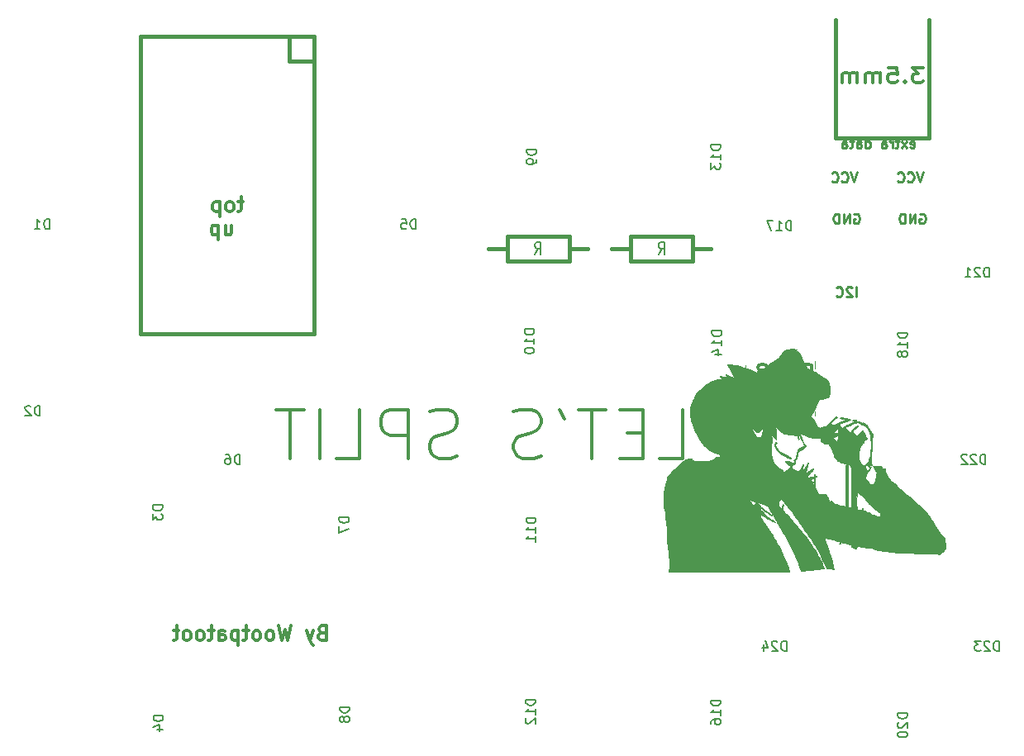
<source format=gbr>
G04 #@! TF.FileFunction,Legend,Bot*
%FSLAX46Y46*%
G04 Gerber Fmt 4.6, Leading zero omitted, Abs format (unit mm)*
G04 Created by KiCad (PCBNEW 4.0.2-stable) date 10/9/2016 9:16:27 PM*
%MOMM*%
G01*
G04 APERTURE LIST*
%ADD10C,0.100000*%
%ADD11C,0.300000*%
%ADD12C,0.250000*%
%ADD13C,0.010000*%
%ADD14C,0.381000*%
%ADD15C,0.150000*%
%ADD16C,0.304800*%
%ADD17C,0.203200*%
%ADD18C,0.457200*%
G04 APERTURE END LIST*
D10*
D11*
X108845238Y-77761905D02*
X111226191Y-77761905D01*
X111226191Y-72761905D01*
X107178572Y-75142857D02*
X105511905Y-75142857D01*
X104797619Y-77761905D02*
X107178572Y-77761905D01*
X107178572Y-72761905D01*
X104797619Y-72761905D01*
X103369048Y-72761905D02*
X100511905Y-72761905D01*
X101940476Y-77761905D02*
X101940476Y-72761905D01*
X98607143Y-72761905D02*
X99083333Y-73714286D01*
X96702381Y-77523810D02*
X95988095Y-77761905D01*
X94797619Y-77761905D01*
X94321429Y-77523810D01*
X94083333Y-77285714D01*
X93845238Y-76809524D01*
X93845238Y-76333333D01*
X94083333Y-75857143D01*
X94321429Y-75619048D01*
X94797619Y-75380952D01*
X95750000Y-75142857D01*
X96226191Y-74904762D01*
X96464286Y-74666667D01*
X96702381Y-74190476D01*
X96702381Y-73714286D01*
X96464286Y-73238095D01*
X96226191Y-73000000D01*
X95750000Y-72761905D01*
X94559524Y-72761905D01*
X93845238Y-73000000D01*
X88130952Y-77523810D02*
X87416666Y-77761905D01*
X86226190Y-77761905D01*
X85750000Y-77523810D01*
X85511904Y-77285714D01*
X85273809Y-76809524D01*
X85273809Y-76333333D01*
X85511904Y-75857143D01*
X85750000Y-75619048D01*
X86226190Y-75380952D01*
X87178571Y-75142857D01*
X87654762Y-74904762D01*
X87892857Y-74666667D01*
X88130952Y-74190476D01*
X88130952Y-73714286D01*
X87892857Y-73238095D01*
X87654762Y-73000000D01*
X87178571Y-72761905D01*
X85988095Y-72761905D01*
X85273809Y-73000000D01*
X83130952Y-77761905D02*
X83130952Y-72761905D01*
X81226190Y-72761905D01*
X80749999Y-73000000D01*
X80511904Y-73238095D01*
X80273809Y-73714286D01*
X80273809Y-74428571D01*
X80511904Y-74904762D01*
X80749999Y-75142857D01*
X81226190Y-75380952D01*
X83130952Y-75380952D01*
X75749999Y-77761905D02*
X78130952Y-77761905D01*
X78130952Y-72761905D01*
X74083333Y-77761905D02*
X74083333Y-72761905D01*
X72416667Y-72761905D02*
X69559524Y-72761905D01*
X70988095Y-77761905D02*
X70988095Y-72761905D01*
X74250000Y-95642857D02*
X74035714Y-95714286D01*
X73964286Y-95785714D01*
X73892857Y-95928571D01*
X73892857Y-96142857D01*
X73964286Y-96285714D01*
X74035714Y-96357143D01*
X74178572Y-96428571D01*
X74750000Y-96428571D01*
X74750000Y-94928571D01*
X74250000Y-94928571D01*
X74107143Y-95000000D01*
X74035714Y-95071429D01*
X73964286Y-95214286D01*
X73964286Y-95357143D01*
X74035714Y-95500000D01*
X74107143Y-95571429D01*
X74250000Y-95642857D01*
X74750000Y-95642857D01*
X73392857Y-95428571D02*
X73035714Y-96428571D01*
X72678572Y-95428571D02*
X73035714Y-96428571D01*
X73178572Y-96785714D01*
X73250000Y-96857143D01*
X73392857Y-96928571D01*
X71107143Y-94928571D02*
X70750000Y-96428571D01*
X70464286Y-95357143D01*
X70178572Y-96428571D01*
X69821429Y-94928571D01*
X69035714Y-96428571D02*
X69178572Y-96357143D01*
X69250000Y-96285714D01*
X69321429Y-96142857D01*
X69321429Y-95714286D01*
X69250000Y-95571429D01*
X69178572Y-95500000D01*
X69035714Y-95428571D01*
X68821429Y-95428571D01*
X68678572Y-95500000D01*
X68607143Y-95571429D01*
X68535714Y-95714286D01*
X68535714Y-96142857D01*
X68607143Y-96285714D01*
X68678572Y-96357143D01*
X68821429Y-96428571D01*
X69035714Y-96428571D01*
X67678571Y-96428571D02*
X67821429Y-96357143D01*
X67892857Y-96285714D01*
X67964286Y-96142857D01*
X67964286Y-95714286D01*
X67892857Y-95571429D01*
X67821429Y-95500000D01*
X67678571Y-95428571D01*
X67464286Y-95428571D01*
X67321429Y-95500000D01*
X67250000Y-95571429D01*
X67178571Y-95714286D01*
X67178571Y-96142857D01*
X67250000Y-96285714D01*
X67321429Y-96357143D01*
X67464286Y-96428571D01*
X67678571Y-96428571D01*
X66750000Y-95428571D02*
X66178571Y-95428571D01*
X66535714Y-94928571D02*
X66535714Y-96214286D01*
X66464286Y-96357143D01*
X66321428Y-96428571D01*
X66178571Y-96428571D01*
X65678571Y-95428571D02*
X65678571Y-96928571D01*
X65678571Y-95500000D02*
X65535714Y-95428571D01*
X65250000Y-95428571D01*
X65107143Y-95500000D01*
X65035714Y-95571429D01*
X64964285Y-95714286D01*
X64964285Y-96142857D01*
X65035714Y-96285714D01*
X65107143Y-96357143D01*
X65250000Y-96428571D01*
X65535714Y-96428571D01*
X65678571Y-96357143D01*
X63678571Y-96428571D02*
X63678571Y-95642857D01*
X63750000Y-95500000D01*
X63892857Y-95428571D01*
X64178571Y-95428571D01*
X64321428Y-95500000D01*
X63678571Y-96357143D02*
X63821428Y-96428571D01*
X64178571Y-96428571D01*
X64321428Y-96357143D01*
X64392857Y-96214286D01*
X64392857Y-96071429D01*
X64321428Y-95928571D01*
X64178571Y-95857143D01*
X63821428Y-95857143D01*
X63678571Y-95785714D01*
X63178571Y-95428571D02*
X62607142Y-95428571D01*
X62964285Y-94928571D02*
X62964285Y-96214286D01*
X62892857Y-96357143D01*
X62749999Y-96428571D01*
X62607142Y-96428571D01*
X61892856Y-96428571D02*
X62035714Y-96357143D01*
X62107142Y-96285714D01*
X62178571Y-96142857D01*
X62178571Y-95714286D01*
X62107142Y-95571429D01*
X62035714Y-95500000D01*
X61892856Y-95428571D01*
X61678571Y-95428571D01*
X61535714Y-95500000D01*
X61464285Y-95571429D01*
X61392856Y-95714286D01*
X61392856Y-96142857D01*
X61464285Y-96285714D01*
X61535714Y-96357143D01*
X61678571Y-96428571D01*
X61892856Y-96428571D01*
X60535713Y-96428571D02*
X60678571Y-96357143D01*
X60749999Y-96285714D01*
X60821428Y-96142857D01*
X60821428Y-95714286D01*
X60749999Y-95571429D01*
X60678571Y-95500000D01*
X60535713Y-95428571D01*
X60321428Y-95428571D01*
X60178571Y-95500000D01*
X60107142Y-95571429D01*
X60035713Y-95714286D01*
X60035713Y-96142857D01*
X60107142Y-96285714D01*
X60178571Y-96357143D01*
X60321428Y-96428571D01*
X60535713Y-96428571D01*
X59607142Y-95428571D02*
X59035713Y-95428571D01*
X59392856Y-94928571D02*
X59392856Y-96214286D01*
X59321428Y-96357143D01*
X59178570Y-96428571D01*
X59035713Y-96428571D01*
X66214286Y-51478571D02*
X65642857Y-51478571D01*
X66000000Y-50978571D02*
X66000000Y-52264286D01*
X65928572Y-52407143D01*
X65785714Y-52478571D01*
X65642857Y-52478571D01*
X64928571Y-52478571D02*
X65071429Y-52407143D01*
X65142857Y-52335714D01*
X65214286Y-52192857D01*
X65214286Y-51764286D01*
X65142857Y-51621429D01*
X65071429Y-51550000D01*
X64928571Y-51478571D01*
X64714286Y-51478571D01*
X64571429Y-51550000D01*
X64500000Y-51621429D01*
X64428571Y-51764286D01*
X64428571Y-52192857D01*
X64500000Y-52335714D01*
X64571429Y-52407143D01*
X64714286Y-52478571D01*
X64928571Y-52478571D01*
X63785714Y-51478571D02*
X63785714Y-52978571D01*
X63785714Y-51550000D02*
X63642857Y-51478571D01*
X63357143Y-51478571D01*
X63214286Y-51550000D01*
X63142857Y-51621429D01*
X63071428Y-51764286D01*
X63071428Y-52192857D01*
X63142857Y-52335714D01*
X63214286Y-52407143D01*
X63357143Y-52478571D01*
X63642857Y-52478571D01*
X63785714Y-52407143D01*
X64357143Y-53878571D02*
X64357143Y-54878571D01*
X65000000Y-53878571D02*
X65000000Y-54664286D01*
X64928572Y-54807143D01*
X64785714Y-54878571D01*
X64571429Y-54878571D01*
X64428572Y-54807143D01*
X64357143Y-54735714D01*
X63642857Y-53878571D02*
X63642857Y-55378571D01*
X63642857Y-53950000D02*
X63500000Y-53878571D01*
X63214286Y-53878571D01*
X63071429Y-53950000D01*
X63000000Y-54021429D01*
X62928571Y-54164286D01*
X62928571Y-54592857D01*
X63000000Y-54735714D01*
X63071429Y-54807143D01*
X63214286Y-54878571D01*
X63500000Y-54878571D01*
X63642857Y-54807143D01*
D12*
X128976190Y-61202381D02*
X128976190Y-60202381D01*
X128547619Y-60297619D02*
X128500000Y-60250000D01*
X128404762Y-60202381D01*
X128166666Y-60202381D01*
X128071428Y-60250000D01*
X128023809Y-60297619D01*
X127976190Y-60392857D01*
X127976190Y-60488095D01*
X128023809Y-60630952D01*
X128595238Y-61202381D01*
X127976190Y-61202381D01*
X126976190Y-61107143D02*
X127023809Y-61154762D01*
X127166666Y-61202381D01*
X127261904Y-61202381D01*
X127404762Y-61154762D01*
X127500000Y-61059524D01*
X127547619Y-60964286D01*
X127595238Y-60773810D01*
X127595238Y-60630952D01*
X127547619Y-60440476D01*
X127500000Y-60345238D01*
X127404762Y-60250000D01*
X127261904Y-60202381D01*
X127166666Y-60202381D01*
X127023809Y-60250000D01*
X126976190Y-60297619D01*
X134535715Y-45904762D02*
X134630953Y-45952381D01*
X134821430Y-45952381D01*
X134916668Y-45904762D01*
X134964287Y-45809524D01*
X134964287Y-45428571D01*
X134916668Y-45333333D01*
X134821430Y-45285714D01*
X134630953Y-45285714D01*
X134535715Y-45333333D01*
X134488096Y-45428571D01*
X134488096Y-45523810D01*
X134964287Y-45619048D01*
X134154763Y-45952381D02*
X133630953Y-45285714D01*
X134154763Y-45285714D02*
X133630953Y-45952381D01*
X133392858Y-45285714D02*
X133011906Y-45285714D01*
X133250001Y-44952381D02*
X133250001Y-45809524D01*
X133202382Y-45904762D01*
X133107144Y-45952381D01*
X133011906Y-45952381D01*
X132678572Y-45952381D02*
X132678572Y-45285714D01*
X132678572Y-45476190D02*
X132630953Y-45380952D01*
X132583334Y-45333333D01*
X132488096Y-45285714D01*
X132392857Y-45285714D01*
X131630952Y-45952381D02*
X131630952Y-45428571D01*
X131678571Y-45333333D01*
X131773809Y-45285714D01*
X131964286Y-45285714D01*
X132059524Y-45333333D01*
X131630952Y-45904762D02*
X131726190Y-45952381D01*
X131964286Y-45952381D01*
X132059524Y-45904762D01*
X132107143Y-45809524D01*
X132107143Y-45714286D01*
X132059524Y-45619048D01*
X131964286Y-45571429D01*
X131726190Y-45571429D01*
X131630952Y-45523810D01*
X129964285Y-45952381D02*
X129964285Y-44952381D01*
X129964285Y-45904762D02*
X130059523Y-45952381D01*
X130250000Y-45952381D01*
X130345238Y-45904762D01*
X130392857Y-45857143D01*
X130440476Y-45761905D01*
X130440476Y-45476190D01*
X130392857Y-45380952D01*
X130345238Y-45333333D01*
X130250000Y-45285714D01*
X130059523Y-45285714D01*
X129964285Y-45333333D01*
X129059523Y-45952381D02*
X129059523Y-45428571D01*
X129107142Y-45333333D01*
X129202380Y-45285714D01*
X129392857Y-45285714D01*
X129488095Y-45333333D01*
X129059523Y-45904762D02*
X129154761Y-45952381D01*
X129392857Y-45952381D01*
X129488095Y-45904762D01*
X129535714Y-45809524D01*
X129535714Y-45714286D01*
X129488095Y-45619048D01*
X129392857Y-45571429D01*
X129154761Y-45571429D01*
X129059523Y-45523810D01*
X128726190Y-45285714D02*
X128345238Y-45285714D01*
X128583333Y-44952381D02*
X128583333Y-45809524D01*
X128535714Y-45904762D01*
X128440476Y-45952381D01*
X128345238Y-45952381D01*
X127583332Y-45952381D02*
X127583332Y-45428571D01*
X127630951Y-45333333D01*
X127726189Y-45285714D01*
X127916666Y-45285714D01*
X128011904Y-45333333D01*
X127583332Y-45904762D02*
X127678570Y-45952381D01*
X127916666Y-45952381D01*
X128011904Y-45904762D01*
X128059523Y-45809524D01*
X128059523Y-45714286D01*
X128011904Y-45619048D01*
X127916666Y-45571429D01*
X127678570Y-45571429D01*
X127583332Y-45523810D01*
X128761904Y-52750000D02*
X128857142Y-52702381D01*
X128999999Y-52702381D01*
X129142857Y-52750000D01*
X129238095Y-52845238D01*
X129285714Y-52940476D01*
X129333333Y-53130952D01*
X129333333Y-53273810D01*
X129285714Y-53464286D01*
X129238095Y-53559524D01*
X129142857Y-53654762D01*
X128999999Y-53702381D01*
X128904761Y-53702381D01*
X128761904Y-53654762D01*
X128714285Y-53607143D01*
X128714285Y-53273810D01*
X128904761Y-53273810D01*
X128285714Y-53702381D02*
X128285714Y-52702381D01*
X127714285Y-53702381D01*
X127714285Y-52702381D01*
X127238095Y-53702381D02*
X127238095Y-52702381D01*
X127000000Y-52702381D01*
X126857142Y-52750000D01*
X126761904Y-52845238D01*
X126714285Y-52940476D01*
X126666666Y-53130952D01*
X126666666Y-53273810D01*
X126714285Y-53464286D01*
X126761904Y-53559524D01*
X126857142Y-53654762D01*
X127000000Y-53702381D01*
X127238095Y-53702381D01*
X129083333Y-48452381D02*
X128750000Y-49452381D01*
X128416666Y-48452381D01*
X127511904Y-49357143D02*
X127559523Y-49404762D01*
X127702380Y-49452381D01*
X127797618Y-49452381D01*
X127940476Y-49404762D01*
X128035714Y-49309524D01*
X128083333Y-49214286D01*
X128130952Y-49023810D01*
X128130952Y-48880952D01*
X128083333Y-48690476D01*
X128035714Y-48595238D01*
X127940476Y-48500000D01*
X127797618Y-48452381D01*
X127702380Y-48452381D01*
X127559523Y-48500000D01*
X127511904Y-48547619D01*
X126511904Y-49357143D02*
X126559523Y-49404762D01*
X126702380Y-49452381D01*
X126797618Y-49452381D01*
X126940476Y-49404762D01*
X127035714Y-49309524D01*
X127083333Y-49214286D01*
X127130952Y-49023810D01*
X127130952Y-48880952D01*
X127083333Y-48690476D01*
X127035714Y-48595238D01*
X126940476Y-48500000D01*
X126797618Y-48452381D01*
X126702380Y-48452381D01*
X126559523Y-48500000D01*
X126511904Y-48547619D01*
X135833333Y-48452381D02*
X135500000Y-49452381D01*
X135166666Y-48452381D01*
X134261904Y-49357143D02*
X134309523Y-49404762D01*
X134452380Y-49452381D01*
X134547618Y-49452381D01*
X134690476Y-49404762D01*
X134785714Y-49309524D01*
X134833333Y-49214286D01*
X134880952Y-49023810D01*
X134880952Y-48880952D01*
X134833333Y-48690476D01*
X134785714Y-48595238D01*
X134690476Y-48500000D01*
X134547618Y-48452381D01*
X134452380Y-48452381D01*
X134309523Y-48500000D01*
X134261904Y-48547619D01*
X133261904Y-49357143D02*
X133309523Y-49404762D01*
X133452380Y-49452381D01*
X133547618Y-49452381D01*
X133690476Y-49404762D01*
X133785714Y-49309524D01*
X133833333Y-49214286D01*
X133880952Y-49023810D01*
X133880952Y-48880952D01*
X133833333Y-48690476D01*
X133785714Y-48595238D01*
X133690476Y-48500000D01*
X133547618Y-48452381D01*
X133452380Y-48452381D01*
X133309523Y-48500000D01*
X133261904Y-48547619D01*
X135511904Y-52750000D02*
X135607142Y-52702381D01*
X135749999Y-52702381D01*
X135892857Y-52750000D01*
X135988095Y-52845238D01*
X136035714Y-52940476D01*
X136083333Y-53130952D01*
X136083333Y-53273810D01*
X136035714Y-53464286D01*
X135988095Y-53559524D01*
X135892857Y-53654762D01*
X135749999Y-53702381D01*
X135654761Y-53702381D01*
X135511904Y-53654762D01*
X135464285Y-53607143D01*
X135464285Y-53273810D01*
X135654761Y-53273810D01*
X135035714Y-53702381D02*
X135035714Y-52702381D01*
X134464285Y-53702381D01*
X134464285Y-52702381D01*
X133988095Y-53702381D02*
X133988095Y-52702381D01*
X133750000Y-52702381D01*
X133607142Y-52750000D01*
X133511904Y-52845238D01*
X133464285Y-52940476D01*
X133416666Y-53130952D01*
X133416666Y-53273810D01*
X133464285Y-53464286D01*
X133511904Y-53559524D01*
X133607142Y-53654762D01*
X133750000Y-53702381D01*
X133988095Y-53702381D01*
D13*
G36*
X122294901Y-66569754D02*
X122136107Y-66573884D01*
X121992855Y-66581281D01*
X121878300Y-66591839D01*
X121805596Y-66605455D01*
X121793692Y-66610237D01*
X121679086Y-66678529D01*
X121585470Y-66753944D01*
X121497879Y-66851481D01*
X121401350Y-66986139D01*
X121367500Y-67037413D01*
X121227016Y-67236948D01*
X121083678Y-67402780D01*
X120922356Y-67548959D01*
X120727917Y-67689534D01*
X120538090Y-67807558D01*
X120406322Y-67886399D01*
X120295307Y-67954319D01*
X120216056Y-68004476D01*
X120179576Y-68030026D01*
X120178750Y-68030905D01*
X120146943Y-68058107D01*
X120077704Y-68111459D01*
X119985193Y-68180087D01*
X119972375Y-68189433D01*
X119853075Y-68278598D01*
X119703927Y-68393550D01*
X119539086Y-68523023D01*
X119372707Y-68655754D01*
X119218941Y-68780479D01*
X119091943Y-68885932D01*
X119027471Y-68941438D01*
X118908066Y-69046953D01*
X118694096Y-68940444D01*
X118577391Y-68885488D01*
X118422520Y-68816912D01*
X118250587Y-68743882D01*
X118099125Y-68682089D01*
X117951259Y-68621631D01*
X117822289Y-68566063D01*
X117725190Y-68521173D01*
X117672936Y-68492747D01*
X117670500Y-68490889D01*
X117613172Y-68464148D01*
X117585081Y-68465282D01*
X117532243Y-68465653D01*
X117448650Y-68449330D01*
X117426331Y-68443106D01*
X117076117Y-68345296D01*
X116745140Y-68264975D01*
X116443986Y-68204353D01*
X116183245Y-68165640D01*
X116036146Y-68153044D01*
X115916782Y-68149270D01*
X115847093Y-68154824D01*
X115813643Y-68172017D01*
X115804449Y-68192939D01*
X115817259Y-68233509D01*
X115858123Y-68318620D01*
X115921639Y-68438839D01*
X116002404Y-68584737D01*
X116095017Y-68746883D01*
X116194076Y-68915844D01*
X116294176Y-69082190D01*
X116389918Y-69236491D01*
X116475897Y-69369315D01*
X116492236Y-69393640D01*
X116542833Y-69476291D01*
X116570852Y-69538033D01*
X116572585Y-69558609D01*
X116538558Y-69559212D01*
X116467138Y-69534854D01*
X116407626Y-69507474D01*
X116280679Y-69449530D01*
X116142242Y-69394582D01*
X116098875Y-69379400D01*
X115978792Y-69334479D01*
X115840586Y-69275645D01*
X115757563Y-69236742D01*
X115646732Y-69189621D01*
X115585863Y-69180120D01*
X115576592Y-69206148D01*
X115620556Y-69265615D01*
X115686125Y-69327990D01*
X115764634Y-69402040D01*
X115791906Y-69443416D01*
X115768700Y-69455897D01*
X115709938Y-69446628D01*
X115570286Y-69417888D01*
X115423449Y-69393055D01*
X115283850Y-69373906D01*
X115165915Y-69362217D01*
X115084065Y-69359765D01*
X115054059Y-69365831D01*
X115047689Y-69406893D01*
X115078265Y-69455701D01*
X115127862Y-69488047D01*
X115146746Y-69491000D01*
X115198973Y-69509631D01*
X115260116Y-69550233D01*
X115292684Y-69578467D01*
X115299765Y-69597003D01*
X115272307Y-69609334D01*
X115201256Y-69618950D01*
X115077558Y-69629345D01*
X115049321Y-69631543D01*
X114751514Y-69669210D01*
X114482737Y-69732054D01*
X114254896Y-69816761D01*
X114122926Y-69889397D01*
X114033098Y-69946600D01*
X113964922Y-69986257D01*
X113935865Y-69999000D01*
X113901928Y-70014951D01*
X113826756Y-70058029D01*
X113722555Y-70121065D01*
X113636213Y-70174910D01*
X113475910Y-70285630D01*
X113312309Y-70419471D01*
X113133072Y-70587066D01*
X112991090Y-70730787D01*
X112780257Y-70959590D01*
X112612444Y-71166520D01*
X112478068Y-71365270D01*
X112367543Y-71569531D01*
X112303222Y-71713500D01*
X112257104Y-71816612D01*
X112214030Y-71900111D01*
X112190984Y-71935750D01*
X112159391Y-71997346D01*
X112132249Y-72088197D01*
X112128439Y-72106911D01*
X112102118Y-72210638D01*
X112061247Y-72334170D01*
X112038607Y-72392661D01*
X111997398Y-72542733D01*
X111973793Y-72739437D01*
X111966804Y-72968686D01*
X111975446Y-73216393D01*
X111998733Y-73468473D01*
X112035679Y-73710838D01*
X112085296Y-73929403D01*
X112146601Y-74110080D01*
X112161096Y-74142375D01*
X112192571Y-74217694D01*
X112235330Y-74331596D01*
X112281229Y-74462208D01*
X112291144Y-74491625D01*
X112424698Y-74840682D01*
X112594131Y-75203294D01*
X112790798Y-75564835D01*
X113006054Y-75910678D01*
X113231254Y-76226198D01*
X113457753Y-76496768D01*
X113507311Y-76549234D01*
X113654016Y-76684774D01*
X113832409Y-76825722D01*
X114020231Y-76955916D01*
X114195225Y-77059196D01*
X114241500Y-77082329D01*
X114323587Y-77116712D01*
X114444115Y-77161851D01*
X114580921Y-77209542D01*
X114622500Y-77223342D01*
X114758200Y-77267855D01*
X114883126Y-77308953D01*
X114975939Y-77339612D01*
X114995563Y-77346135D01*
X115071987Y-77381137D01*
X115092789Y-77423293D01*
X115058742Y-77482843D01*
X115009701Y-77533684D01*
X114938051Y-77588790D01*
X114857113Y-77613877D01*
X114761015Y-77619000D01*
X114660543Y-77623680D01*
X114595097Y-77646592D01*
X114536392Y-77701042D01*
X114504336Y-77739755D01*
X114373264Y-77856330D01*
X114268835Y-77904224D01*
X114176928Y-77936477D01*
X114108966Y-77966076D01*
X114094330Y-77974834D01*
X114037486Y-77993822D01*
X113927993Y-78010332D01*
X113776669Y-78023929D01*
X113594332Y-78034178D01*
X113391800Y-78040646D01*
X113179890Y-78042896D01*
X112969422Y-78040495D01*
X112771212Y-78033007D01*
X112720850Y-78030034D01*
X112547856Y-78018206D01*
X112395943Y-78006502D01*
X112277019Y-77995942D01*
X112202992Y-77987545D01*
X112185688Y-77984203D01*
X112157600Y-77945907D01*
X112148401Y-77888875D01*
X111923750Y-77888875D01*
X111907875Y-77904750D01*
X111892000Y-77888875D01*
X111907875Y-77873000D01*
X111923750Y-77888875D01*
X112148401Y-77888875D01*
X112146000Y-77873996D01*
X112146000Y-77777750D01*
X111939625Y-77777750D01*
X111823867Y-77780929D01*
X111759527Y-77792290D01*
X111734762Y-77814566D01*
X111733250Y-77825375D01*
X111705675Y-77863694D01*
X111654340Y-77873000D01*
X111549863Y-77894918D01*
X111419329Y-77953973D01*
X111279172Y-78040117D01*
X111145828Y-78143300D01*
X111039699Y-78248806D01*
X110914767Y-78387279D01*
X110774423Y-78530804D01*
X110627209Y-78671901D01*
X110481665Y-78803091D01*
X110346332Y-78916892D01*
X110229751Y-79005824D01*
X110140461Y-79062406D01*
X110091272Y-79079500D01*
X110063013Y-79107017D01*
X110039638Y-79173626D01*
X110038839Y-79177496D01*
X110005926Y-79254720D01*
X109942626Y-79346611D01*
X109863321Y-79437347D01*
X109782395Y-79511108D01*
X109714234Y-79552073D01*
X109694944Y-79555750D01*
X109657820Y-79568397D01*
X109640731Y-79616526D01*
X109637084Y-79690687D01*
X109627261Y-79784514D01*
X109601750Y-79914396D01*
X109565482Y-80056329D01*
X109553906Y-80095500D01*
X109508275Y-80253905D01*
X109463851Y-80423372D01*
X109429321Y-80570556D01*
X109425742Y-80587625D01*
X109394130Y-80725379D01*
X109357575Y-80861327D01*
X109328520Y-80952750D01*
X109311237Y-81013419D01*
X109297426Y-81094375D01*
X109286531Y-81203668D01*
X109277995Y-81349350D01*
X109271260Y-81539473D01*
X109265769Y-81782090D01*
X109263957Y-81885838D01*
X109260303Y-82152550D01*
X109259698Y-82365842D01*
X109263036Y-82535759D01*
X109271212Y-82672344D01*
X109285119Y-82785642D01*
X109305651Y-82885696D01*
X109333704Y-82982550D01*
X109370170Y-83086250D01*
X109371035Y-83088580D01*
X109395291Y-83196790D01*
X109410238Y-83363587D01*
X109415496Y-83584686D01*
X109415500Y-83591781D01*
X109419255Y-83798176D01*
X109430943Y-83948202D01*
X109451201Y-84048570D01*
X109461389Y-84075326D01*
X109495801Y-84166395D01*
X109523042Y-84277879D01*
X109543783Y-84417189D01*
X109558695Y-84591735D01*
X109568449Y-84808924D01*
X109573714Y-85076166D01*
X109575147Y-85332143D01*
X109576161Y-85592187D01*
X109579117Y-85802142D01*
X109584882Y-85975412D01*
X109594326Y-86125400D01*
X109608317Y-86265509D01*
X109627723Y-86409141D01*
X109653414Y-86569699D01*
X109656561Y-86588375D01*
X109689739Y-86803512D01*
X109721539Y-87043118D01*
X109748473Y-87278841D01*
X109767053Y-87482330D01*
X109767852Y-87493250D01*
X109781955Y-87666187D01*
X109798285Y-87829464D01*
X109814921Y-87965813D01*
X109829941Y-88057966D01*
X109831432Y-88064750D01*
X109851490Y-88177074D01*
X109867678Y-88314735D01*
X109879393Y-88463450D01*
X109886028Y-88608940D01*
X109886978Y-88736924D01*
X109881638Y-88833121D01*
X109869401Y-88883251D01*
X109866271Y-88886374D01*
X109847422Y-88926258D01*
X109828466Y-89013052D01*
X109812737Y-89130262D01*
X109809127Y-89169122D01*
X109787371Y-89430000D01*
X115983186Y-89430000D01*
X116605474Y-89429888D01*
X117210609Y-89429561D01*
X117795547Y-89429030D01*
X118357245Y-89428304D01*
X118892660Y-89427396D01*
X119398750Y-89426316D01*
X119872472Y-89425074D01*
X120310782Y-89423682D01*
X120710638Y-89422150D01*
X121068997Y-89420489D01*
X121382816Y-89418711D01*
X121649053Y-89416826D01*
X121864664Y-89414844D01*
X122026606Y-89412777D01*
X122131837Y-89410636D01*
X122177313Y-89408430D01*
X122179000Y-89407913D01*
X122167300Y-89361215D01*
X122134616Y-89265175D01*
X122084570Y-89128987D01*
X122020786Y-88961848D01*
X121946887Y-88772952D01*
X121866498Y-88571495D01*
X121783240Y-88366673D01*
X121700739Y-88167681D01*
X121622616Y-87983715D01*
X121572924Y-87869814D01*
X121495606Y-87694433D01*
X121427936Y-87539737D01*
X121373829Y-87414772D01*
X121337197Y-87328587D01*
X121321957Y-87290229D01*
X121321750Y-87289240D01*
X121306304Y-87248700D01*
X121262870Y-87161211D01*
X121195808Y-87034467D01*
X121109479Y-86876163D01*
X121008242Y-86693993D01*
X120896456Y-86495652D01*
X120778482Y-86288834D01*
X120658679Y-86081234D01*
X120541407Y-85880546D01*
X120431026Y-85694465D01*
X120331895Y-85530686D01*
X120259019Y-85413625D01*
X120111197Y-85181705D01*
X119951198Y-84932679D01*
X119785984Y-84677225D01*
X119622520Y-84426022D01*
X119467766Y-84189748D01*
X119328685Y-83979081D01*
X119212240Y-83804702D01*
X119153925Y-83718701D01*
X119065412Y-83586712D01*
X118993224Y-83474008D01*
X118943435Y-83390473D01*
X118922117Y-83345991D01*
X118922244Y-83341672D01*
X118954635Y-83349510D01*
X119023751Y-83385367D01*
X119105863Y-83435889D01*
X119363824Y-83603419D01*
X119587793Y-83746644D01*
X119774194Y-83863362D01*
X119919446Y-83951370D01*
X120019974Y-84008466D01*
X120072197Y-84032448D01*
X120076122Y-84033076D01*
X120111962Y-84047971D01*
X120190114Y-84087688D01*
X120297751Y-84145551D01*
X120382016Y-84192290D01*
X120501051Y-84257070D01*
X120598280Y-84306160D01*
X120661452Y-84333600D01*
X120678883Y-84336701D01*
X120684503Y-84316119D01*
X120663532Y-84284849D01*
X120609902Y-84237918D01*
X120517549Y-84170355D01*
X120380405Y-84077187D01*
X120286416Y-84015024D01*
X120085006Y-83880943D01*
X119927594Y-83771239D01*
X119803934Y-83677280D01*
X119703780Y-83590432D01*
X119616883Y-83502062D01*
X119532999Y-83403538D01*
X119478773Y-83334559D01*
X119408630Y-83245949D01*
X119347068Y-83172287D01*
X119320373Y-83142931D01*
X119272364Y-83088238D01*
X119207327Y-83006952D01*
X119177498Y-82967773D01*
X119108906Y-82878742D01*
X119046009Y-82801406D01*
X119026426Y-82778863D01*
X118993854Y-82727564D01*
X119003702Y-82704391D01*
X119041892Y-82718393D01*
X119114664Y-82765542D01*
X119208953Y-82837010D01*
X119251151Y-82871588D01*
X119385722Y-82980318D01*
X119539454Y-83098018D01*
X119703281Y-83218450D01*
X119868142Y-83335380D01*
X120024972Y-83442570D01*
X120164707Y-83533785D01*
X120278286Y-83602789D01*
X120356643Y-83643345D01*
X120384666Y-83651500D01*
X120397904Y-83634157D01*
X120368123Y-83587875D01*
X120303506Y-83521269D01*
X120212235Y-83442957D01*
X120122770Y-83375715D01*
X119858799Y-83185471D01*
X119616655Y-83004272D01*
X119400907Y-82835960D01*
X119216128Y-82684375D01*
X119066889Y-82553360D01*
X118957760Y-82446756D01*
X118893314Y-82368405D01*
X118877000Y-82328842D01*
X118882442Y-82297998D01*
X118908075Y-82289316D01*
X118967865Y-82302903D01*
X119050564Y-82330185D01*
X119157154Y-82361485D01*
X119288798Y-82393185D01*
X119363264Y-82408319D01*
X119516515Y-82454404D01*
X119677230Y-82531791D01*
X119826720Y-82628798D01*
X119946296Y-82733743D01*
X120004125Y-82808934D01*
X120041892Y-82872043D01*
X120106125Y-82977545D01*
X120189758Y-83113909D01*
X120285724Y-83269604D01*
X120358926Y-83387904D01*
X120478933Y-83585444D01*
X120609149Y-83806312D01*
X120736296Y-84027594D01*
X120847097Y-84226375D01*
X120879616Y-84286500D01*
X120986840Y-84484344D01*
X121110208Y-84708030D01*
X121234624Y-84930385D01*
X121344993Y-85124242D01*
X121347087Y-85127875D01*
X121452291Y-85310607D01*
X121566453Y-85509468D01*
X121676335Y-85701366D01*
X121768698Y-85863209D01*
X121774838Y-85874000D01*
X121865238Y-86032321D01*
X121959749Y-86196899D01*
X122045383Y-86345160D01*
X122094539Y-86429625D01*
X122249022Y-86709663D01*
X122413478Y-87036120D01*
X122581471Y-87394070D01*
X122746568Y-87768587D01*
X122902334Y-88144747D01*
X123042334Y-88507624D01*
X123160133Y-88842293D01*
X123227934Y-89058583D01*
X123300478Y-89306291D01*
X123462052Y-89288125D01*
X123541824Y-89279773D01*
X123672815Y-89266770D01*
X123843009Y-89250277D01*
X124040392Y-89231455D01*
X124252949Y-89211465D01*
X124321158Y-89205109D01*
X124538524Y-89183644D01*
X124746777Y-89160772D01*
X124933279Y-89138056D01*
X125085396Y-89117060D01*
X125190490Y-89099349D01*
X125210158Y-89095099D01*
X125339979Y-89069841D01*
X125468779Y-89053240D01*
X125536563Y-89049469D01*
X125618995Y-89043691D01*
X125666733Y-89029716D01*
X125671500Y-89022811D01*
X125657883Y-88955344D01*
X125619743Y-88841118D01*
X125561146Y-88690073D01*
X125486159Y-88512147D01*
X125398849Y-88317282D01*
X125303282Y-88115417D01*
X125284964Y-88077981D01*
X125184559Y-87886784D01*
X125053335Y-87656543D01*
X124897727Y-87397071D01*
X124724172Y-87118179D01*
X124539109Y-86829679D01*
X124348974Y-86541382D01*
X124160205Y-86263099D01*
X123979239Y-86004642D01*
X123812513Y-85775823D01*
X123666464Y-85586453D01*
X123588984Y-85493000D01*
X123420060Y-85296820D01*
X123284220Y-85138163D01*
X123172784Y-85006719D01*
X123077072Y-84892177D01*
X122988401Y-84784228D01*
X122898091Y-84672562D01*
X122896370Y-84670421D01*
X122747337Y-84488897D01*
X122583208Y-84296955D01*
X122397184Y-84086974D01*
X122182463Y-83851331D01*
X121932244Y-83582403D01*
X121804222Y-83446345D01*
X121652976Y-83283502D01*
X121543671Y-83159412D01*
X121472300Y-83068998D01*
X121434856Y-83007184D01*
X121427332Y-82968892D01*
X121427336Y-82968875D01*
X121442907Y-82904672D01*
X121469007Y-82804011D01*
X121492486Y-82716396D01*
X121520437Y-82588222D01*
X121520890Y-82512012D01*
X121512713Y-82496262D01*
X121484360Y-82478158D01*
X121460526Y-82493887D01*
X121436570Y-82552034D01*
X121407850Y-82661182D01*
X121396026Y-82712090D01*
X121367594Y-82817147D01*
X121338743Y-82892236D01*
X121315677Y-82921247D01*
X121315503Y-82921250D01*
X121276670Y-82899548D01*
X121214138Y-82844219D01*
X121175220Y-82803920D01*
X121124337Y-82745789D01*
X121092794Y-82695385D01*
X121076033Y-82635388D01*
X121069497Y-82548478D01*
X121068878Y-82455265D01*
X120970269Y-82455265D01*
X120962029Y-82520200D01*
X120927904Y-82535807D01*
X120920341Y-82534640D01*
X120859720Y-82500519D01*
X120835321Y-82472189D01*
X120822275Y-82416171D01*
X120855731Y-82366734D01*
X120898687Y-82310095D01*
X120911232Y-82276044D01*
X120919497Y-82259480D01*
X120935178Y-82287866D01*
X120952612Y-82344014D01*
X120966139Y-82410736D01*
X120970269Y-82455265D01*
X121068878Y-82455265D01*
X121068626Y-82417333D01*
X121068681Y-82399108D01*
X121070340Y-82260872D01*
X121073182Y-82221886D01*
X118713755Y-82221886D01*
X118706387Y-82280871D01*
X118652981Y-82375652D01*
X118583110Y-82468736D01*
X118514447Y-82552399D01*
X118463417Y-82612235D01*
X118440959Y-82635420D01*
X118440911Y-82635424D01*
X118421457Y-82610723D01*
X118374080Y-82543462D01*
X118305956Y-82443997D01*
X118226599Y-82326179D01*
X118145122Y-82201093D01*
X118078759Y-82093028D01*
X118034621Y-82013994D01*
X118019750Y-81976929D01*
X118039117Y-81940434D01*
X118088925Y-81947537D01*
X118156735Y-81995004D01*
X118180805Y-82018828D01*
X118260341Y-82079231D01*
X118345090Y-82087826D01*
X118408090Y-82085491D01*
X118432500Y-82097396D01*
X118459052Y-82123492D01*
X118522654Y-82156396D01*
X118599230Y-82185725D01*
X118664701Y-82201097D01*
X118674101Y-82201583D01*
X118713755Y-82221886D01*
X121073182Y-82221886D01*
X121076592Y-82175125D01*
X119067500Y-82175125D01*
X119051625Y-82191000D01*
X119035750Y-82175125D01*
X119051625Y-82159250D01*
X119067500Y-82175125D01*
X121076592Y-82175125D01*
X121077033Y-82169090D01*
X121092955Y-82106718D01*
X121122302Y-82056716D01*
X121165408Y-82006283D01*
X121229384Y-81944907D01*
X121266195Y-81921125D01*
X120496250Y-81921125D01*
X120480375Y-81937000D01*
X120464500Y-81921125D01*
X120480375Y-81905250D01*
X120496250Y-81921125D01*
X121266195Y-81921125D01*
X121279312Y-81912651D01*
X121292022Y-81911215D01*
X121321648Y-81938665D01*
X121382308Y-82007222D01*
X121466247Y-82107719D01*
X121565707Y-82230989D01*
X121609522Y-82286431D01*
X121738065Y-82450073D01*
X121888919Y-82642127D01*
X122045174Y-82841067D01*
X122189921Y-83025365D01*
X122220164Y-83063873D01*
X122361832Y-83247239D01*
X122519754Y-83456479D01*
X122676310Y-83667974D01*
X122813878Y-83858106D01*
X122836065Y-83889373D01*
X122966003Y-84073114D01*
X123111655Y-84278946D01*
X123256318Y-84483273D01*
X123383291Y-84662498D01*
X123398088Y-84683375D01*
X123517581Y-84852824D01*
X123646011Y-85036405D01*
X123768346Y-85212553D01*
X123869556Y-85359698D01*
X123873855Y-85366000D01*
X123965175Y-85499873D01*
X124080333Y-85668626D01*
X124207347Y-85854704D01*
X124334235Y-86040554D01*
X124393951Y-86128000D01*
X124632367Y-86482684D01*
X124837694Y-86802024D01*
X125017261Y-87099647D01*
X125178401Y-87389181D01*
X125328442Y-87684257D01*
X125474716Y-87998503D01*
X125624554Y-88345547D01*
X125746677Y-88642973D01*
X125909625Y-89046572D01*
X126157222Y-89047786D01*
X126326748Y-89055927D01*
X126454873Y-89080776D01*
X126536248Y-89112500D01*
X126617260Y-89150345D01*
X126671073Y-89173067D01*
X126681194Y-89176000D01*
X126686736Y-89146944D01*
X126678503Y-89066680D01*
X126658282Y-88945561D01*
X126627864Y-88793942D01*
X126589038Y-88622177D01*
X126576534Y-88570373D01*
X126515668Y-88340561D01*
X126435531Y-88066948D01*
X126340764Y-87764559D01*
X126236005Y-87448421D01*
X126180272Y-87286875D01*
X126130100Y-87140948D01*
X126080270Y-86991902D01*
X126040704Y-86869461D01*
X126037205Y-86858250D01*
X126004666Y-86759486D01*
X125956233Y-86619939D01*
X125898467Y-86458221D01*
X125838372Y-86294145D01*
X125785550Y-86148515D01*
X125743360Y-86025663D01*
X125715556Y-85937030D01*
X125705892Y-85894059D01*
X125706439Y-85891977D01*
X125743693Y-85892138D01*
X125831989Y-85907783D01*
X125961510Y-85936282D01*
X126122437Y-85975001D01*
X126304953Y-86021310D01*
X126499239Y-86072576D01*
X126695478Y-86126168D01*
X126883851Y-86179452D01*
X127054540Y-86229797D01*
X127197728Y-86274572D01*
X127303595Y-86311144D01*
X127359149Y-86335034D01*
X127443104Y-86369682D01*
X127510104Y-86382000D01*
X127568340Y-86390036D01*
X127670858Y-86411659D01*
X127800845Y-86443133D01*
X127886205Y-86465512D01*
X128036664Y-86506006D01*
X128181279Y-86544731D01*
X128297848Y-86575750D01*
X128338500Y-86586468D01*
X128426448Y-86613621D01*
X128470067Y-86646282D01*
X128487279Y-86702516D01*
X128491189Y-86740407D01*
X128501918Y-86811332D01*
X128530111Y-86853264D01*
X128592791Y-86883150D01*
X128653807Y-86902282D01*
X128767470Y-86940535D01*
X128872971Y-86983182D01*
X128904354Y-86998205D01*
X128974654Y-87032198D01*
X129017346Y-87048503D01*
X129019549Y-87048750D01*
X129029960Y-87020349D01*
X129036203Y-86948499D01*
X129037000Y-86905875D01*
X129040250Y-86817743D01*
X129056390Y-86775987D01*
X129095004Y-86763570D01*
X129117377Y-86763000D01*
X129191391Y-86772829D01*
X129297788Y-86798177D01*
X129379315Y-86822612D01*
X129541441Y-86860362D01*
X129765338Y-86887367D01*
X129979322Y-86900843D01*
X130268461Y-86922586D01*
X130516482Y-86962286D01*
X130744206Y-87023921D01*
X130878500Y-87072589D01*
X131011852Y-87116160D01*
X131185195Y-87160261D01*
X131375268Y-87199800D01*
X131558813Y-87229686D01*
X131640500Y-87239381D01*
X131803730Y-87257751D01*
X131993887Y-87282330D01*
X132175338Y-87308455D01*
X132212000Y-87314177D01*
X132386327Y-87339172D01*
X132577536Y-87362352D01*
X132750050Y-87379487D01*
X132783500Y-87382140D01*
X132921291Y-87392989D01*
X133046076Y-87403925D01*
X133135519Y-87412964D01*
X133149932Y-87414719D01*
X133299372Y-87429777D01*
X133503874Y-87443758D01*
X133755004Y-87456414D01*
X134044332Y-87467498D01*
X134363423Y-87476761D01*
X134703845Y-87483956D01*
X135057165Y-87488833D01*
X135414951Y-87491145D01*
X135736250Y-87490816D01*
X136059328Y-87489589D01*
X136326074Y-87489513D01*
X136543651Y-87490820D01*
X136719222Y-87493744D01*
X136859949Y-87498516D01*
X136972995Y-87505371D01*
X137065522Y-87514540D01*
X137144692Y-87526257D01*
X137208197Y-87538688D01*
X137457768Y-87592518D01*
X137630210Y-87508150D01*
X137797723Y-87398768D01*
X137959892Y-87234814D01*
X137964616Y-87229162D01*
X138126581Y-87034542D01*
X138105996Y-86551141D01*
X138096967Y-86376657D01*
X138085891Y-86219939D01*
X138073926Y-86094208D01*
X138062224Y-86012684D01*
X138057281Y-85993753D01*
X138024758Y-85936640D01*
X137961906Y-85847265D01*
X137880016Y-85741320D01*
X137843138Y-85696228D01*
X137669165Y-85480444D01*
X137486661Y-85242202D01*
X137304334Y-84993796D01*
X137130890Y-84747522D01*
X136975037Y-84515675D01*
X136845481Y-84310549D01*
X136771696Y-84183255D01*
X136646745Y-83960149D01*
X136535450Y-83775023D01*
X136427415Y-83614198D01*
X136381814Y-83554727D01*
X131450000Y-83554727D01*
X131450000Y-83715000D01*
X131273159Y-83715000D01*
X131148637Y-83707002D01*
X131051132Y-83675911D01*
X130957875Y-83619750D01*
X130829047Y-83549423D01*
X130704662Y-83524831D01*
X130686482Y-83524500D01*
X130599069Y-83517007D01*
X130528561Y-83486465D01*
X130450194Y-83420774D01*
X130426530Y-83397500D01*
X130338034Y-83321974D01*
X130259184Y-83277382D01*
X130227536Y-83270500D01*
X130109315Y-83255032D01*
X129981465Y-83214040D01*
X129858970Y-83155645D01*
X129756813Y-83087964D01*
X129689976Y-83019118D01*
X129672000Y-82969463D01*
X129649010Y-82913926D01*
X129635620Y-82902513D01*
X129612809Y-82904265D01*
X129619031Y-82958867D01*
X129619519Y-82960829D01*
X129624383Y-83020924D01*
X129596206Y-83054700D01*
X129526650Y-83064780D01*
X129407377Y-83053786D01*
X129351071Y-83045240D01*
X129260819Y-83031990D01*
X129189630Y-83019938D01*
X129135260Y-83002061D01*
X129095463Y-82971336D01*
X129067994Y-82920740D01*
X129050606Y-82843249D01*
X129041055Y-82731840D01*
X129037096Y-82579489D01*
X129036482Y-82379175D01*
X129036969Y-82123873D01*
X129037000Y-82062882D01*
X129037608Y-81832846D01*
X129039323Y-81624958D01*
X129041986Y-81447257D01*
X129045436Y-81307781D01*
X129049511Y-81214568D01*
X129054053Y-81175657D01*
X129054737Y-81175000D01*
X129094531Y-81195226D01*
X129168518Y-81249394D01*
X129264827Y-81327735D01*
X129371590Y-81420481D01*
X129476936Y-81517863D01*
X129508056Y-81548062D01*
X129590819Y-81628087D01*
X129654577Y-81687118D01*
X129687367Y-81714133D01*
X129688983Y-81714750D01*
X129737326Y-81741854D01*
X129810571Y-81819216D01*
X129904026Y-81940914D01*
X130013001Y-82101024D01*
X130084750Y-82214469D01*
X130164625Y-82315143D01*
X130264741Y-82405801D01*
X130291125Y-82424136D01*
X130382740Y-82483990D01*
X130461326Y-82540075D01*
X130538257Y-82602137D01*
X130624906Y-82679924D01*
X130732647Y-82783183D01*
X130872852Y-82921663D01*
X130880416Y-82929187D01*
X130996612Y-83041976D01*
X131099393Y-83136527D01*
X131179348Y-83204562D01*
X131227066Y-83237804D01*
X131233481Y-83239753D01*
X131283678Y-83260052D01*
X131352109Y-83308543D01*
X131362688Y-83317605D01*
X131417336Y-83376791D01*
X131443199Y-83444699D01*
X131449988Y-83547701D01*
X131450000Y-83554727D01*
X136381814Y-83554727D01*
X136312242Y-83463994D01*
X136179532Y-83310733D01*
X136018888Y-83140736D01*
X135848610Y-82968875D01*
X135572810Y-82699062D01*
X135290852Y-82433738D01*
X134992534Y-82163755D01*
X134667653Y-81879961D01*
X134306010Y-81573209D01*
X134113954Y-81413125D01*
X133762689Y-81117077D01*
X133426702Y-80824750D01*
X133134209Y-80561625D01*
X128500943Y-80561625D01*
X128500868Y-80889458D01*
X128500507Y-81218528D01*
X128500226Y-81374876D01*
X128497250Y-82828877D01*
X128378188Y-82808056D01*
X128283535Y-82784672D01*
X128208878Y-82754898D01*
X128202392Y-82751055D01*
X128191149Y-82741138D01*
X128181498Y-82723756D01*
X128173320Y-82694354D01*
X128166498Y-82648379D01*
X128160911Y-82581276D01*
X128156443Y-82488492D01*
X128152975Y-82365473D01*
X128150388Y-82207663D01*
X128148565Y-82010511D01*
X128147387Y-81769460D01*
X128146735Y-81479958D01*
X128146491Y-81137450D01*
X128146538Y-80737383D01*
X128146591Y-80603500D01*
X128146386Y-80242457D01*
X128145483Y-79899755D01*
X128143942Y-79580734D01*
X128141823Y-79290735D01*
X128139184Y-79035098D01*
X128136086Y-78819164D01*
X128132587Y-78648274D01*
X128128748Y-78527769D01*
X128124627Y-78462989D01*
X128122673Y-78453402D01*
X128072563Y-78429808D01*
X128003848Y-78439816D01*
X127909875Y-78464954D01*
X127903263Y-80558164D01*
X127896651Y-82651375D01*
X127828064Y-82662013D01*
X127764085Y-82659459D01*
X127652449Y-82642648D01*
X127506645Y-82614449D01*
X127340163Y-82577733D01*
X127166492Y-82535368D01*
X126999123Y-82490225D01*
X126941890Y-82473510D01*
X126791417Y-82417047D01*
X126670167Y-82339817D01*
X126584147Y-82262393D01*
X126501051Y-82183490D01*
X126446924Y-82143768D01*
X126407287Y-82136098D01*
X126367659Y-82153354D01*
X126365423Y-82154740D01*
X126314986Y-82176196D01*
X126272441Y-82164263D01*
X126230106Y-82111175D01*
X126180301Y-82009168D01*
X126150035Y-81937000D01*
X126090822Y-81805664D01*
X126018285Y-81663072D01*
X125978327Y-81591751D01*
X125947934Y-81540125D01*
X120432750Y-81540125D01*
X120416875Y-81556000D01*
X120401000Y-81540125D01*
X120416875Y-81524250D01*
X120432750Y-81540125D01*
X125947934Y-81540125D01*
X125877875Y-81421127D01*
X125113351Y-81456223D01*
X124947926Y-81113507D01*
X124782500Y-80770792D01*
X124782500Y-79946052D01*
X124695711Y-79946052D01*
X124695487Y-80076909D01*
X124693266Y-80174812D01*
X124688462Y-80318568D01*
X124682791Y-80435686D01*
X124676983Y-80513636D01*
X124672043Y-80540000D01*
X124650056Y-80515688D01*
X124608287Y-80454599D01*
X124589490Y-80424812D01*
X124546125Y-80343788D01*
X124538901Y-80289018D01*
X124556226Y-80248895D01*
X124578110Y-80183259D01*
X124559203Y-80141485D01*
X124507651Y-80140640D01*
X124456857Y-80131281D01*
X124392528Y-80087147D01*
X124335555Y-80026820D01*
X124306831Y-79968881D01*
X124306250Y-79961520D01*
X124333521Y-79931019D01*
X124402065Y-79892043D01*
X124491980Y-79853139D01*
X124575008Y-79825625D01*
X119639000Y-79825625D01*
X119623125Y-79841500D01*
X119607250Y-79825625D01*
X119623125Y-79809750D01*
X119639000Y-79825625D01*
X124575008Y-79825625D01*
X124583364Y-79822856D01*
X124656314Y-79809742D01*
X124659762Y-79809687D01*
X124678700Y-79821723D01*
X124690400Y-79864083D01*
X124695711Y-79946052D01*
X124782500Y-79946052D01*
X124782500Y-79718090D01*
X124877750Y-79661824D01*
X124941500Y-79617726D01*
X124972444Y-79583673D01*
X124973000Y-79580654D01*
X124945384Y-79563161D01*
X124878854Y-79555751D01*
X124877750Y-79555750D01*
X124809678Y-79547207D01*
X124784775Y-79510892D01*
X124782500Y-79476375D01*
X124765940Y-79412535D01*
X124734875Y-79397000D01*
X124697205Y-79425156D01*
X124687250Y-79493035D01*
X124680963Y-79548707D01*
X124654976Y-79589675D01*
X124598597Y-79622002D01*
X124501137Y-79651751D01*
X124351907Y-79684984D01*
X124347004Y-79685998D01*
X124189488Y-79706835D01*
X124067033Y-79699119D01*
X123988791Y-79664080D01*
X123968466Y-79635082D01*
X123982501Y-79592096D01*
X124039017Y-79510596D01*
X124134218Y-79395553D01*
X124246003Y-79271570D01*
X124378859Y-79127502D01*
X124473597Y-79021307D01*
X124536042Y-78945022D01*
X124572021Y-78890681D01*
X124587358Y-78850319D01*
X124587882Y-78815973D01*
X124586199Y-78806504D01*
X124568549Y-78787019D01*
X124525097Y-78806084D01*
X124449125Y-78865650D01*
X124364322Y-78931474D01*
X124256455Y-79006468D01*
X124137938Y-79083119D01*
X124021183Y-79153915D01*
X123918600Y-79211344D01*
X123842603Y-79247894D01*
X123805603Y-79256053D01*
X123804947Y-79255530D01*
X123802197Y-79216197D01*
X123819849Y-79143871D01*
X123824830Y-79129467D01*
X123855449Y-79035829D01*
X123893172Y-78907436D01*
X123934045Y-78759443D01*
X123974116Y-78607005D01*
X124009431Y-78465276D01*
X124036037Y-78349413D01*
X124049982Y-78274571D01*
X124051120Y-78261937D01*
X124042769Y-78221210D01*
X124014561Y-78238639D01*
X123967782Y-78312503D01*
X123903714Y-78441083D01*
X123881993Y-78488561D01*
X123770440Y-78700156D01*
X123643252Y-78881155D01*
X123604988Y-78925123D01*
X123447923Y-79095375D01*
X123466519Y-78936625D01*
X123485143Y-78804685D01*
X123509993Y-78660557D01*
X123519779Y-78610991D01*
X123535892Y-78514627D01*
X123540172Y-78445747D01*
X123535584Y-78425250D01*
X123496237Y-78419915D01*
X123453160Y-78471897D01*
X123414916Y-78564004D01*
X123374833Y-78657847D01*
X123311273Y-78777534D01*
X123237113Y-78901400D01*
X123165225Y-79007776D01*
X123114962Y-79068824D01*
X123071719Y-79101635D01*
X123021691Y-79106861D01*
X122945455Y-79083672D01*
X122886515Y-79059025D01*
X122700515Y-78972798D01*
X122566668Y-78895809D01*
X122475996Y-78820121D01*
X122419518Y-78737797D01*
X122388256Y-78640901D01*
X122383480Y-78614424D01*
X122373776Y-78529859D01*
X122385307Y-78486903D01*
X122425243Y-78465242D01*
X122437402Y-78461641D01*
X122569226Y-78412873D01*
X122672290Y-78352599D01*
X122709803Y-78317500D01*
X122737418Y-78253882D01*
X122748463Y-78169119D01*
X122742021Y-78090853D01*
X122718750Y-78047625D01*
X122687878Y-78001195D01*
X122692918Y-77944507D01*
X122728375Y-77907527D01*
X122744966Y-77904750D01*
X122829227Y-77874801D01*
X122895172Y-77788503D01*
X122939620Y-77651175D01*
X122953783Y-77555500D01*
X122971434Y-77416181D01*
X122995136Y-77275083D01*
X123012216Y-77194867D01*
X123037656Y-77106642D01*
X123071293Y-77050641D01*
X123130411Y-77008103D01*
X123225698Y-76963175D01*
X123403756Y-76873500D01*
X123562254Y-76772523D01*
X123691821Y-76668063D01*
X123783090Y-76567943D01*
X123826689Y-76479982D01*
X123827809Y-76470367D01*
X123721306Y-76470367D01*
X123693017Y-76518150D01*
X123609271Y-76547849D01*
X123548665Y-76557786D01*
X123427415Y-76585185D01*
X123291525Y-76632101D01*
X123221735Y-76663184D01*
X123138011Y-76707198D01*
X123081993Y-76748626D01*
X123041288Y-76803618D01*
X123003504Y-76888320D01*
X122962639Y-77000794D01*
X122909233Y-77182329D01*
X122868244Y-77379145D01*
X122851514Y-77507503D01*
X122838596Y-77635901D01*
X122823988Y-77713944D01*
X122803486Y-77754730D01*
X122772887Y-77771353D01*
X122766375Y-77772719D01*
X122691661Y-77803043D01*
X122644691Y-77835946D01*
X122611397Y-77879646D01*
X122600246Y-77941401D01*
X122611029Y-78035509D01*
X122639954Y-78162199D01*
X122644716Y-78229759D01*
X122612207Y-78258971D01*
X122538225Y-78250103D01*
X122418566Y-78203424D01*
X122367898Y-78179555D01*
X122210104Y-78114006D01*
X122058463Y-78079552D01*
X121932938Y-78068387D01*
X121810903Y-78064425D01*
X121739979Y-78069340D01*
X121708170Y-78084970D01*
X121702750Y-78103614D01*
X121728280Y-78155032D01*
X121797610Y-78228954D01*
X121899855Y-78315613D01*
X122024131Y-78405238D01*
X122076598Y-78439122D01*
X122146803Y-78486802D01*
X122187022Y-78532430D01*
X122200448Y-78591495D01*
X122190279Y-78679484D01*
X122159709Y-78811885D01*
X122156319Y-78825500D01*
X122135487Y-78892376D01*
X122118312Y-78901920D01*
X122107166Y-78881062D01*
X122066070Y-78831976D01*
X122015273Y-78835410D01*
X121975022Y-78887889D01*
X121969850Y-78904631D01*
X121943541Y-78961433D01*
X121893063Y-78968893D01*
X121875002Y-78964942D01*
X121820902Y-78962196D01*
X121780554Y-78996313D01*
X121745502Y-79060435D01*
X121708764Y-79132384D01*
X121683791Y-79172049D01*
X121680167Y-79174750D01*
X121650884Y-79158232D01*
X121581164Y-79113877D01*
X121483129Y-79049485D01*
X121421098Y-79008062D01*
X121129372Y-78797261D01*
X120893727Y-78592637D01*
X120708037Y-78387617D01*
X120566174Y-78175629D01*
X120481508Y-78000000D01*
X120431672Y-77879588D01*
X120384998Y-77769059D01*
X120354254Y-77698375D01*
X120330899Y-77617447D01*
X120308674Y-77489285D01*
X120289418Y-77330151D01*
X120274969Y-77156308D01*
X120267165Y-76984018D01*
X120266319Y-76920500D01*
X120269091Y-76770876D01*
X120277222Y-76596989D01*
X120289410Y-76415013D01*
X120304358Y-76241123D01*
X120320766Y-76091495D01*
X120337334Y-75982302D01*
X120344100Y-75952125D01*
X120366777Y-75846894D01*
X120387863Y-75714972D01*
X120397557Y-75634625D01*
X120416875Y-75444125D01*
X120587166Y-75659334D01*
X120685805Y-75776393D01*
X120755098Y-75837773D01*
X120798185Y-75842358D01*
X120818206Y-75789031D01*
X120818302Y-75676673D01*
X120810058Y-75580025D01*
X120780823Y-75287487D01*
X120757567Y-75037787D01*
X120740603Y-74834974D01*
X120731054Y-74694974D01*
X119411919Y-74694974D01*
X119411409Y-74770891D01*
X119403116Y-74878617D01*
X119388542Y-75002768D01*
X119369191Y-75127960D01*
X119347614Y-75234432D01*
X119310962Y-75378301D01*
X119277848Y-75472490D01*
X119240467Y-75529797D01*
X119191014Y-75563020D01*
X119136116Y-75581231D01*
X118991462Y-75612675D01*
X118886908Y-75613502D01*
X118804904Y-75579718D01*
X118727900Y-75507326D01*
X118708252Y-75483812D01*
X118626314Y-75370375D01*
X118546859Y-75241004D01*
X118519784Y-75190125D01*
X118471275Y-75086938D01*
X118416002Y-74960564D01*
X118359060Y-74823872D01*
X118305548Y-74689733D01*
X118260562Y-74571017D01*
X118229199Y-74480594D01*
X118216557Y-74431336D01*
X118217308Y-74426358D01*
X118239327Y-74444641D01*
X118286304Y-74504269D01*
X118348860Y-74593170D01*
X118361190Y-74611557D01*
X118516164Y-74824391D01*
X118657870Y-74977826D01*
X118785591Y-75071526D01*
X118898611Y-75105154D01*
X118996213Y-75078374D01*
X119077683Y-74990851D01*
X119096774Y-74956855D01*
X119149046Y-74878935D01*
X119223421Y-74795686D01*
X119303447Y-74722711D01*
X119372676Y-74675612D01*
X119403142Y-74666250D01*
X119411919Y-74694974D01*
X120731054Y-74694974D01*
X120730243Y-74683095D01*
X120726799Y-74586199D01*
X120730530Y-74548387D01*
X120758507Y-74562070D01*
X120820325Y-74612282D01*
X120905482Y-74690098D01*
X120962934Y-74745855D01*
X121106737Y-74883567D01*
X121238156Y-74995625D01*
X121366820Y-75085754D01*
X121502357Y-75157677D01*
X121654396Y-75215117D01*
X121832566Y-75261799D01*
X122046495Y-75301445D01*
X122305812Y-75337779D01*
X122575875Y-75369598D01*
X122751824Y-75392251D01*
X122870522Y-75415372D01*
X122938196Y-75441082D01*
X122961074Y-75471506D01*
X122952907Y-75498171D01*
X122960730Y-75522095D01*
X122970877Y-75523500D01*
X122996148Y-75550659D01*
X123004500Y-75602875D01*
X123015369Y-75662543D01*
X123036250Y-75682250D01*
X123060948Y-75671465D01*
X123074381Y-75629160D01*
X123080792Y-75540402D01*
X123081369Y-75523500D01*
X123100053Y-75459887D01*
X123143635Y-75444125D01*
X123184665Y-75461292D01*
X123222001Y-75519925D01*
X123261904Y-75628869D01*
X123386974Y-75934142D01*
X123556956Y-76212306D01*
X123619039Y-76292155D01*
X123696020Y-76397402D01*
X123721306Y-76470367D01*
X123827809Y-76470367D01*
X123829070Y-76459542D01*
X123810150Y-76402515D01*
X123759970Y-76318186D01*
X123699690Y-76237767D01*
X123526572Y-75985041D01*
X123382004Y-75682652D01*
X123325022Y-75525147D01*
X123282747Y-75389689D01*
X123264934Y-75300567D01*
X123277732Y-75254301D01*
X123327293Y-75247408D01*
X123419769Y-75276409D01*
X123561309Y-75337824D01*
X123613704Y-75361793D01*
X123851764Y-75462939D01*
X124090220Y-75549325D01*
X124313364Y-75616002D01*
X124505485Y-75658018D01*
X124586644Y-75668372D01*
X124719868Y-75679682D01*
X124848194Y-75690715D01*
X124925375Y-75697459D01*
X125039685Y-75705120D01*
X125169919Y-75710504D01*
X125206721Y-75711354D01*
X125361067Y-75714000D01*
X125339728Y-75827750D01*
X125338820Y-75944012D01*
X125386406Y-76042131D01*
X125486652Y-76126174D01*
X125643723Y-76200207D01*
X125762067Y-76240029D01*
X125878833Y-76267912D01*
X125993475Y-76283788D01*
X126025171Y-76285156D01*
X126122359Y-76300585D01*
X126202231Y-76337613D01*
X126206538Y-76341062D01*
X126238589Y-76387641D01*
X126288790Y-76485032D01*
X126353157Y-76624530D01*
X126427703Y-76797430D01*
X126508443Y-76995027D01*
X126524325Y-77035075D01*
X126603587Y-77232388D01*
X126680460Y-77417318D01*
X126750178Y-77578882D01*
X126807974Y-77706101D01*
X126849082Y-77787993D01*
X126856735Y-77800960D01*
X126932735Y-77893246D01*
X127035474Y-77984523D01*
X127090153Y-78022498D01*
X127199982Y-78081739D01*
X127333231Y-78141693D01*
X127470951Y-78195118D01*
X127594188Y-78234776D01*
X127683992Y-78253427D01*
X127696160Y-78254000D01*
X127758571Y-78268465D01*
X127845072Y-78304485D01*
X127870543Y-78317500D01*
X127979591Y-78359488D01*
X128094212Y-78380457D01*
X128111165Y-78381000D01*
X128185187Y-78387243D01*
X128244565Y-78413851D01*
X128308681Y-78472641D01*
X128362548Y-78534267D01*
X128491785Y-78687535D01*
X128497493Y-79304205D01*
X128498647Y-79470199D01*
X128499583Y-79689314D01*
X128500286Y-79951176D01*
X128500744Y-80245405D01*
X128500943Y-80561625D01*
X133134209Y-80561625D01*
X133113524Y-80543017D01*
X132830683Y-80278756D01*
X132585711Y-80038842D01*
X132416387Y-79862969D01*
X132248954Y-79663671D01*
X132114416Y-79464253D01*
X132018273Y-79274796D01*
X131966030Y-79105382D01*
X131958000Y-79023202D01*
X131951924Y-78902737D01*
X131928418Y-78832641D01*
X131879569Y-78800500D01*
X131811729Y-78793750D01*
X131712289Y-78772618D01*
X131628909Y-78719083D01*
X131581469Y-78647934D01*
X131577000Y-78619125D01*
X131555577Y-78585688D01*
X131484932Y-78572202D01*
X131452646Y-78571500D01*
X131370650Y-78563191D01*
X131321045Y-78542534D01*
X131316287Y-78535485D01*
X131287444Y-78518759D01*
X131211465Y-78512604D01*
X131082085Y-78516762D01*
X130998002Y-78522434D01*
X130691721Y-78545397D01*
X130744547Y-78661636D01*
X130820376Y-78801791D01*
X130929348Y-78967055D01*
X131043667Y-79119250D01*
X131113243Y-79206625D01*
X131056741Y-79484375D01*
X131027044Y-79629989D01*
X130998341Y-79770114D01*
X130975748Y-79879784D01*
X130971321Y-79901120D01*
X130911313Y-80093963D01*
X130821164Y-80259214D01*
X130710064Y-80380753D01*
X130688923Y-80396485D01*
X130612072Y-80445368D01*
X130555347Y-80473674D01*
X130543351Y-80476500D01*
X130500061Y-80454091D01*
X130426932Y-80394119D01*
X130335179Y-80307464D01*
X130236018Y-80205009D01*
X130140661Y-80097633D01*
X130093890Y-80040408D01*
X130000452Y-79903499D01*
X129945855Y-79782846D01*
X129933458Y-79687867D01*
X129951641Y-79641762D01*
X129980786Y-79586400D01*
X130008323Y-79508125D01*
X129132250Y-79508125D01*
X129116375Y-79524000D01*
X129100500Y-79508125D01*
X129116375Y-79492250D01*
X129132250Y-79508125D01*
X130008323Y-79508125D01*
X130010382Y-79502273D01*
X130013228Y-79492142D01*
X130043381Y-79420903D01*
X130101657Y-79313742D01*
X130137884Y-79254125D01*
X128910000Y-79254125D01*
X128894125Y-79270000D01*
X128878250Y-79254125D01*
X128894125Y-79238250D01*
X128910000Y-79254125D01*
X130137884Y-79254125D01*
X130179108Y-79186287D01*
X130250496Y-79077816D01*
X130356161Y-78920825D01*
X130427573Y-78806909D01*
X130462069Y-78738870D01*
X130338750Y-78738870D01*
X130322871Y-78784033D01*
X130283468Y-78856530D01*
X130232900Y-78937053D01*
X130183522Y-79006293D01*
X130147691Y-79044941D01*
X130141128Y-79047693D01*
X130113035Y-79022316D01*
X130073256Y-78959682D01*
X130065261Y-78944562D01*
X130025365Y-78872235D01*
X129995924Y-78828380D01*
X129993008Y-78825500D01*
X129964819Y-78787926D01*
X129924599Y-78720684D01*
X129886331Y-78648964D01*
X129864001Y-78597957D01*
X129862500Y-78590413D01*
X129887828Y-78572337D01*
X129902188Y-78570794D01*
X129953753Y-78552139D01*
X130021250Y-78508668D01*
X130100625Y-78447249D01*
X130219688Y-78576887D01*
X130285540Y-78654023D01*
X130328779Y-78715092D01*
X130338750Y-78738870D01*
X130462069Y-78738870D01*
X130467725Y-78727716D01*
X130479615Y-78674896D01*
X130466237Y-78640097D01*
X130430587Y-78614968D01*
X130418582Y-78609234D01*
X130348951Y-78561970D01*
X130339077Y-78518000D01*
X130385485Y-78486463D01*
X130469147Y-78476250D01*
X130550715Y-78472440D01*
X130582402Y-78456426D01*
X130577603Y-78421328D01*
X130577348Y-78420687D01*
X130546015Y-78302389D01*
X130523646Y-78136911D01*
X130510457Y-77939969D01*
X130506665Y-77727277D01*
X130512487Y-77514552D01*
X130528140Y-77317508D01*
X130553842Y-77151860D01*
X130559484Y-77126875D01*
X130570779Y-77053377D01*
X130582848Y-76929550D01*
X130595225Y-76765847D01*
X130607441Y-76572724D01*
X130613665Y-76458823D01*
X130505642Y-76458823D01*
X130493792Y-76729195D01*
X130467497Y-77039149D01*
X130437692Y-77296340D01*
X130402005Y-77511494D01*
X130358065Y-77695338D01*
X130303497Y-77858598D01*
X130235931Y-78012001D01*
X130190883Y-78098792D01*
X130081823Y-78266776D01*
X129966468Y-78376546D01*
X129837868Y-78433381D01*
X129736012Y-78444500D01*
X129635982Y-78439346D01*
X129572226Y-78415958D01*
X129517831Y-78362443D01*
X129500657Y-78340499D01*
X129446587Y-78258090D01*
X129381521Y-78142607D01*
X129320460Y-78020939D01*
X129219587Y-77805380D01*
X129242220Y-77418502D01*
X129257805Y-77187740D01*
X129275913Y-77008486D01*
X129299291Y-76868749D01*
X129330685Y-76756539D01*
X129372843Y-76659863D01*
X129428513Y-76566731D01*
X129441897Y-76546909D01*
X129508422Y-76449063D01*
X129563593Y-76366463D01*
X129592625Y-76321499D01*
X129630289Y-76266271D01*
X129689715Y-76185179D01*
X129722019Y-76142625D01*
X129794555Y-76042971D01*
X129860895Y-75943345D01*
X129879677Y-75912437D01*
X129939128Y-75836888D01*
X130009337Y-75810025D01*
X130028096Y-75809250D01*
X130096313Y-75789269D01*
X130119792Y-75742448D01*
X130097019Y-75688467D01*
X130040238Y-75651683D01*
X129997429Y-75627217D01*
X129962217Y-75582946D01*
X129929123Y-75507317D01*
X129892668Y-75388775D01*
X129863451Y-75278881D01*
X129823929Y-75174981D01*
X129765208Y-75074980D01*
X129699660Y-74995833D01*
X129639657Y-74954495D01*
X129624911Y-74952000D01*
X129576777Y-74972220D01*
X129508673Y-75022465D01*
X129489825Y-75039312D01*
X129374107Y-75144332D01*
X129258542Y-75244292D01*
X129153896Y-75330415D01*
X129070936Y-75393922D01*
X129020426Y-75426036D01*
X129012804Y-75428250D01*
X128974881Y-75405655D01*
X128910162Y-75347081D01*
X128849855Y-75285375D01*
X127204738Y-75285375D01*
X127181585Y-75444125D01*
X127163106Y-75539455D01*
X127133105Y-75663102D01*
X127097084Y-75795441D01*
X127060543Y-75916849D01*
X127028985Y-76007701D01*
X127014699Y-76039437D01*
X126996842Y-76057776D01*
X126968790Y-76053144D01*
X126921701Y-76019513D01*
X126846732Y-75950860D01*
X126759792Y-75865729D01*
X126647994Y-75749389D01*
X126584136Y-75667859D01*
X126566225Y-75616717D01*
X126592270Y-75591542D01*
X126634220Y-75587000D01*
X126765248Y-75565903D01*
X126911330Y-75510748D01*
X127044016Y-75433732D01*
X127100303Y-75387133D01*
X127204738Y-75285375D01*
X128849855Y-75285375D01*
X128831257Y-75266346D01*
X128750775Y-75177263D01*
X128681325Y-75093651D01*
X128635517Y-75029325D01*
X128624250Y-75002503D01*
X128650357Y-74941627D01*
X128723929Y-74855584D01*
X128837849Y-74751649D01*
X128973538Y-74645477D01*
X129098288Y-74550614D01*
X129174119Y-74483772D01*
X129205879Y-74439184D01*
X129198412Y-74411081D01*
X129179312Y-74400552D01*
X129114835Y-74406194D01*
X129021853Y-74452820D01*
X128910573Y-74531081D01*
X128791200Y-74631625D01*
X128673941Y-74745103D01*
X128569003Y-74862162D01*
X128486593Y-74973454D01*
X128436918Y-75069628D01*
X128432114Y-75085075D01*
X128398588Y-75209582D01*
X128339366Y-75158375D01*
X127168744Y-75158375D01*
X126928122Y-75147929D01*
X126813641Y-75140265D01*
X126728701Y-75129447D01*
X126688738Y-75117569D01*
X126687500Y-75115261D01*
X126708131Y-75083722D01*
X126761973Y-75023220D01*
X126836952Y-74945580D01*
X126920992Y-74862630D01*
X127002019Y-74786197D01*
X127067959Y-74728107D01*
X127106735Y-74700187D01*
X127111699Y-74699777D01*
X127121126Y-74736122D01*
X127133460Y-74818375D01*
X127146123Y-74929179D01*
X127146814Y-74936125D01*
X127168744Y-75158375D01*
X128339366Y-75158375D01*
X128281232Y-75108109D01*
X128191618Y-75022947D01*
X128092722Y-74917844D01*
X128043063Y-74860255D01*
X127968492Y-74769866D01*
X127903783Y-74691368D01*
X127873613Y-74654724D01*
X127847693Y-74616271D01*
X127848461Y-74585105D01*
X127884147Y-74554269D01*
X127962980Y-74516806D01*
X128093192Y-74465759D01*
X128100375Y-74463037D01*
X128237616Y-74410355D01*
X128350620Y-74364654D01*
X128460596Y-74316754D01*
X128588750Y-74257478D01*
X128723551Y-74193335D01*
X128902496Y-74119566D01*
X129053483Y-74089414D01*
X129195294Y-74103513D01*
X129346713Y-74162496D01*
X129446699Y-74217736D01*
X129551598Y-74278714D01*
X129634784Y-74324572D01*
X129681952Y-74347501D01*
X129686741Y-74348749D01*
X129737961Y-74369053D01*
X129818705Y-74421737D01*
X129913416Y-74494458D01*
X130006539Y-74574874D01*
X130082516Y-74650644D01*
X130110969Y-74685325D01*
X130227743Y-74886985D01*
X130326676Y-75139873D01*
X130405852Y-75433744D01*
X130463350Y-75758356D01*
X130497253Y-76103464D01*
X130505642Y-76458823D01*
X130613665Y-76458823D01*
X130619031Y-76360636D01*
X130629526Y-76140037D01*
X130638462Y-75921383D01*
X130645369Y-75715129D01*
X130649782Y-75531729D01*
X130651233Y-75381638D01*
X130649257Y-75275312D01*
X130644357Y-75226435D01*
X130612621Y-75163193D01*
X130550195Y-75077792D01*
X130492301Y-75012036D01*
X130426908Y-74932121D01*
X130351147Y-74822309D01*
X130273773Y-74697666D01*
X130203540Y-74573256D01*
X130149202Y-74464144D01*
X130119514Y-74385395D01*
X130116500Y-74365369D01*
X130091012Y-74334616D01*
X130025450Y-74284820D01*
X129936174Y-74226054D01*
X129839539Y-74168394D01*
X129751904Y-74121916D01*
X129689626Y-74096693D01*
X129677133Y-74094749D01*
X129642296Y-74115785D01*
X129640250Y-74126036D01*
X129614496Y-74131124D01*
X129549620Y-74116286D01*
X129464202Y-74088105D01*
X129376822Y-74053164D01*
X129306061Y-74018047D01*
X129276713Y-73997229D01*
X129223303Y-73973799D01*
X129172009Y-73967750D01*
X129098277Y-73945221D01*
X129027067Y-73891785D01*
X128981613Y-73849738D01*
X128932641Y-73830092D01*
X128859116Y-73828452D01*
X128766645Y-73837357D01*
X128576625Y-73858894D01*
X128697332Y-73900452D01*
X128770469Y-73933335D01*
X128806811Y-73965103D01*
X128807606Y-73973307D01*
X128775446Y-73998583D01*
X128698011Y-74040111D01*
X128589086Y-74090806D01*
X128528150Y-74116949D01*
X128292188Y-74215783D01*
X128107150Y-74294729D01*
X127965295Y-74358198D01*
X127858880Y-74410601D01*
X127780162Y-74456348D01*
X127721399Y-74499850D01*
X127674848Y-74545518D01*
X127632768Y-74597763D01*
X127597025Y-74647390D01*
X127573814Y-74672676D01*
X127549058Y-74671943D01*
X127514181Y-74637638D01*
X127460604Y-74562208D01*
X127406618Y-74479712D01*
X127339548Y-74373042D01*
X127288406Y-74286008D01*
X127261308Y-74232654D01*
X127259000Y-74224293D01*
X127286793Y-74201382D01*
X127355484Y-74179322D01*
X127374034Y-74175486D01*
X127465710Y-74153189D01*
X127535928Y-74127577D01*
X127540722Y-74125052D01*
X127594661Y-74101700D01*
X127690220Y-74066249D01*
X127808449Y-74025671D01*
X127830500Y-74018417D01*
X127972685Y-73969185D01*
X128107057Y-73917755D01*
X128223668Y-73868619D01*
X128312570Y-73826269D01*
X128363815Y-73795196D01*
X128367453Y-73779893D01*
X128360571Y-73779078D01*
X128298889Y-73765268D01*
X128207346Y-73732290D01*
X128158347Y-73711231D01*
X128040987Y-73668467D01*
X127919599Y-73640013D01*
X127882276Y-73635494D01*
X127766677Y-73617772D01*
X127640401Y-73585617D01*
X127608250Y-73574974D01*
X127505122Y-73539864D01*
X127447915Y-73527178D01*
X127423255Y-73536628D01*
X127417763Y-73567927D01*
X127417750Y-73570875D01*
X127390814Y-73609523D01*
X127348959Y-73618500D01*
X127298328Y-73624033D01*
X127303792Y-73637057D01*
X127359260Y-73652208D01*
X127393311Y-73657560D01*
X127464835Y-73673683D01*
X127501217Y-73691382D01*
X127547858Y-73709226D01*
X127595793Y-73713750D01*
X127660910Y-73726278D01*
X127687626Y-73745500D01*
X127729845Y-73766971D01*
X127806785Y-73777126D01*
X127816499Y-73777250D01*
X127889219Y-73784099D01*
X127924985Y-73800904D01*
X127925750Y-73804078D01*
X127897535Y-73824250D01*
X127820793Y-73859098D01*
X127707387Y-73903657D01*
X127575030Y-73950957D01*
X127423119Y-74006188D01*
X127282545Y-74063059D01*
X127170793Y-74114170D01*
X127113245Y-74146379D01*
X127037377Y-74193348D01*
X126981913Y-74219689D01*
X126971841Y-74221749D01*
X126942139Y-74241945D01*
X126941500Y-74247121D01*
X126914698Y-74273204D01*
X126848334Y-74305805D01*
X126828989Y-74313178D01*
X126742823Y-74331761D01*
X126643665Y-74335778D01*
X126551297Y-74326898D01*
X126485505Y-74306793D01*
X126465250Y-74282459D01*
X126438634Y-74258922D01*
X126401750Y-74253500D01*
X126353665Y-74245569D01*
X126343956Y-74215767D01*
X126374036Y-74155082D01*
X126429565Y-74075701D01*
X126538060Y-73944871D01*
X126661671Y-73821380D01*
X126785266Y-73718608D01*
X126893716Y-73649936D01*
X126926843Y-73635895D01*
X126996531Y-73607535D01*
X127015282Y-73580449D01*
X126994417Y-73540992D01*
X126933062Y-73499773D01*
X126891456Y-73503391D01*
X126832440Y-73538516D01*
X126743669Y-73610503D01*
X126636877Y-73708141D01*
X126523797Y-73820218D01*
X126416163Y-73935525D01*
X126325707Y-74042851D01*
X126322375Y-74047125D01*
X126227869Y-74162870D01*
X126118824Y-74288038D01*
X126055550Y-74356687D01*
X125971426Y-74440078D01*
X125907110Y-74485600D01*
X125841969Y-74504340D01*
X125774880Y-74507500D01*
X125668235Y-74518169D01*
X125536694Y-74545703D01*
X125444362Y-74572646D01*
X125250976Y-74637793D01*
X125132836Y-74559611D01*
X125043329Y-74481303D01*
X124944431Y-74365755D01*
X124851852Y-74234058D01*
X124781304Y-74107300D01*
X124762879Y-74063000D01*
X124723355Y-73978005D01*
X124662016Y-73872223D01*
X124589175Y-73760612D01*
X124515148Y-73658132D01*
X124450252Y-73579743D01*
X124404800Y-73540405D01*
X124401681Y-73539182D01*
X124345562Y-73505259D01*
X124329289Y-73482353D01*
X124338589Y-73441107D01*
X124374287Y-73358568D01*
X124429518Y-73247533D01*
X124497416Y-73120801D01*
X124571116Y-72991167D01*
X124643750Y-72871430D01*
X124708454Y-72774387D01*
X124711063Y-72770767D01*
X124757257Y-72700408D01*
X124781228Y-72651113D01*
X124782184Y-72645223D01*
X124793189Y-72607486D01*
X124823638Y-72522167D01*
X124869319Y-72400612D01*
X124926020Y-72254170D01*
X124948244Y-72197737D01*
X125014631Y-72029226D01*
X125066474Y-71908695D01*
X125115165Y-71826163D01*
X125172093Y-71771648D01*
X125248651Y-71735167D01*
X125356230Y-71706740D01*
X125506220Y-71676385D01*
X125554105Y-71666837D01*
X125815571Y-71598832D01*
X126019833Y-71511799D01*
X126165102Y-71406534D01*
X126184716Y-71385859D01*
X126235897Y-71314006D01*
X126267956Y-71226034D01*
X126288306Y-71100163D01*
X126291170Y-71073077D01*
X126301821Y-70862212D01*
X126295472Y-70635231D01*
X126274115Y-70408628D01*
X126239745Y-70198899D01*
X126194354Y-70022536D01*
X126151418Y-69916502D01*
X126074597Y-69809157D01*
X125947470Y-69687151D01*
X125767599Y-69548574D01*
X125532546Y-69391516D01*
X125300370Y-69249642D01*
X125142827Y-69154936D01*
X125002795Y-69068069D01*
X124890223Y-68995426D01*
X124815064Y-68943393D01*
X124789076Y-68921548D01*
X124724735Y-68878217D01*
X124677951Y-68866380D01*
X124620329Y-68850311D01*
X124522411Y-68811567D01*
X124400231Y-68756786D01*
X124322125Y-68719069D01*
X124193438Y-68656448D01*
X124080210Y-68603606D01*
X123998308Y-68567835D01*
X123970935Y-68557640D01*
X123935529Y-68529562D01*
X123886317Y-68459900D01*
X123820674Y-68344092D01*
X123735972Y-68177578D01*
X123653510Y-68006451D01*
X123510417Y-67707341D01*
X123389089Y-67460883D01*
X123285999Y-67261481D01*
X123197620Y-67103541D01*
X123120426Y-66981468D01*
X123050888Y-66889668D01*
X122985480Y-66822546D01*
X122920675Y-66774508D01*
X122855859Y-66741195D01*
X122769634Y-66696224D01*
X122735239Y-66660017D01*
X122755511Y-66637862D01*
X122798125Y-66633500D01*
X122853302Y-66623624D01*
X122861625Y-66601750D01*
X122822426Y-66587982D01*
X122733000Y-66578003D01*
X122606501Y-66571708D01*
X122456084Y-66568994D01*
X122294901Y-66569754D01*
X122294901Y-66569754D01*
G37*
X122294901Y-66569754D02*
X122136107Y-66573884D01*
X121992855Y-66581281D01*
X121878300Y-66591839D01*
X121805596Y-66605455D01*
X121793692Y-66610237D01*
X121679086Y-66678529D01*
X121585470Y-66753944D01*
X121497879Y-66851481D01*
X121401350Y-66986139D01*
X121367500Y-67037413D01*
X121227016Y-67236948D01*
X121083678Y-67402780D01*
X120922356Y-67548959D01*
X120727917Y-67689534D01*
X120538090Y-67807558D01*
X120406322Y-67886399D01*
X120295307Y-67954319D01*
X120216056Y-68004476D01*
X120179576Y-68030026D01*
X120178750Y-68030905D01*
X120146943Y-68058107D01*
X120077704Y-68111459D01*
X119985193Y-68180087D01*
X119972375Y-68189433D01*
X119853075Y-68278598D01*
X119703927Y-68393550D01*
X119539086Y-68523023D01*
X119372707Y-68655754D01*
X119218941Y-68780479D01*
X119091943Y-68885932D01*
X119027471Y-68941438D01*
X118908066Y-69046953D01*
X118694096Y-68940444D01*
X118577391Y-68885488D01*
X118422520Y-68816912D01*
X118250587Y-68743882D01*
X118099125Y-68682089D01*
X117951259Y-68621631D01*
X117822289Y-68566063D01*
X117725190Y-68521173D01*
X117672936Y-68492747D01*
X117670500Y-68490889D01*
X117613172Y-68464148D01*
X117585081Y-68465282D01*
X117532243Y-68465653D01*
X117448650Y-68449330D01*
X117426331Y-68443106D01*
X117076117Y-68345296D01*
X116745140Y-68264975D01*
X116443986Y-68204353D01*
X116183245Y-68165640D01*
X116036146Y-68153044D01*
X115916782Y-68149270D01*
X115847093Y-68154824D01*
X115813643Y-68172017D01*
X115804449Y-68192939D01*
X115817259Y-68233509D01*
X115858123Y-68318620D01*
X115921639Y-68438839D01*
X116002404Y-68584737D01*
X116095017Y-68746883D01*
X116194076Y-68915844D01*
X116294176Y-69082190D01*
X116389918Y-69236491D01*
X116475897Y-69369315D01*
X116492236Y-69393640D01*
X116542833Y-69476291D01*
X116570852Y-69538033D01*
X116572585Y-69558609D01*
X116538558Y-69559212D01*
X116467138Y-69534854D01*
X116407626Y-69507474D01*
X116280679Y-69449530D01*
X116142242Y-69394582D01*
X116098875Y-69379400D01*
X115978792Y-69334479D01*
X115840586Y-69275645D01*
X115757563Y-69236742D01*
X115646732Y-69189621D01*
X115585863Y-69180120D01*
X115576592Y-69206148D01*
X115620556Y-69265615D01*
X115686125Y-69327990D01*
X115764634Y-69402040D01*
X115791906Y-69443416D01*
X115768700Y-69455897D01*
X115709938Y-69446628D01*
X115570286Y-69417888D01*
X115423449Y-69393055D01*
X115283850Y-69373906D01*
X115165915Y-69362217D01*
X115084065Y-69359765D01*
X115054059Y-69365831D01*
X115047689Y-69406893D01*
X115078265Y-69455701D01*
X115127862Y-69488047D01*
X115146746Y-69491000D01*
X115198973Y-69509631D01*
X115260116Y-69550233D01*
X115292684Y-69578467D01*
X115299765Y-69597003D01*
X115272307Y-69609334D01*
X115201256Y-69618950D01*
X115077558Y-69629345D01*
X115049321Y-69631543D01*
X114751514Y-69669210D01*
X114482737Y-69732054D01*
X114254896Y-69816761D01*
X114122926Y-69889397D01*
X114033098Y-69946600D01*
X113964922Y-69986257D01*
X113935865Y-69999000D01*
X113901928Y-70014951D01*
X113826756Y-70058029D01*
X113722555Y-70121065D01*
X113636213Y-70174910D01*
X113475910Y-70285630D01*
X113312309Y-70419471D01*
X113133072Y-70587066D01*
X112991090Y-70730787D01*
X112780257Y-70959590D01*
X112612444Y-71166520D01*
X112478068Y-71365270D01*
X112367543Y-71569531D01*
X112303222Y-71713500D01*
X112257104Y-71816612D01*
X112214030Y-71900111D01*
X112190984Y-71935750D01*
X112159391Y-71997346D01*
X112132249Y-72088197D01*
X112128439Y-72106911D01*
X112102118Y-72210638D01*
X112061247Y-72334170D01*
X112038607Y-72392661D01*
X111997398Y-72542733D01*
X111973793Y-72739437D01*
X111966804Y-72968686D01*
X111975446Y-73216393D01*
X111998733Y-73468473D01*
X112035679Y-73710838D01*
X112085296Y-73929403D01*
X112146601Y-74110080D01*
X112161096Y-74142375D01*
X112192571Y-74217694D01*
X112235330Y-74331596D01*
X112281229Y-74462208D01*
X112291144Y-74491625D01*
X112424698Y-74840682D01*
X112594131Y-75203294D01*
X112790798Y-75564835D01*
X113006054Y-75910678D01*
X113231254Y-76226198D01*
X113457753Y-76496768D01*
X113507311Y-76549234D01*
X113654016Y-76684774D01*
X113832409Y-76825722D01*
X114020231Y-76955916D01*
X114195225Y-77059196D01*
X114241500Y-77082329D01*
X114323587Y-77116712D01*
X114444115Y-77161851D01*
X114580921Y-77209542D01*
X114622500Y-77223342D01*
X114758200Y-77267855D01*
X114883126Y-77308953D01*
X114975939Y-77339612D01*
X114995563Y-77346135D01*
X115071987Y-77381137D01*
X115092789Y-77423293D01*
X115058742Y-77482843D01*
X115009701Y-77533684D01*
X114938051Y-77588790D01*
X114857113Y-77613877D01*
X114761015Y-77619000D01*
X114660543Y-77623680D01*
X114595097Y-77646592D01*
X114536392Y-77701042D01*
X114504336Y-77739755D01*
X114373264Y-77856330D01*
X114268835Y-77904224D01*
X114176928Y-77936477D01*
X114108966Y-77966076D01*
X114094330Y-77974834D01*
X114037486Y-77993822D01*
X113927993Y-78010332D01*
X113776669Y-78023929D01*
X113594332Y-78034178D01*
X113391800Y-78040646D01*
X113179890Y-78042896D01*
X112969422Y-78040495D01*
X112771212Y-78033007D01*
X112720850Y-78030034D01*
X112547856Y-78018206D01*
X112395943Y-78006502D01*
X112277019Y-77995942D01*
X112202992Y-77987545D01*
X112185688Y-77984203D01*
X112157600Y-77945907D01*
X112148401Y-77888875D01*
X111923750Y-77888875D01*
X111907875Y-77904750D01*
X111892000Y-77888875D01*
X111907875Y-77873000D01*
X111923750Y-77888875D01*
X112148401Y-77888875D01*
X112146000Y-77873996D01*
X112146000Y-77777750D01*
X111939625Y-77777750D01*
X111823867Y-77780929D01*
X111759527Y-77792290D01*
X111734762Y-77814566D01*
X111733250Y-77825375D01*
X111705675Y-77863694D01*
X111654340Y-77873000D01*
X111549863Y-77894918D01*
X111419329Y-77953973D01*
X111279172Y-78040117D01*
X111145828Y-78143300D01*
X111039699Y-78248806D01*
X110914767Y-78387279D01*
X110774423Y-78530804D01*
X110627209Y-78671901D01*
X110481665Y-78803091D01*
X110346332Y-78916892D01*
X110229751Y-79005824D01*
X110140461Y-79062406D01*
X110091272Y-79079500D01*
X110063013Y-79107017D01*
X110039638Y-79173626D01*
X110038839Y-79177496D01*
X110005926Y-79254720D01*
X109942626Y-79346611D01*
X109863321Y-79437347D01*
X109782395Y-79511108D01*
X109714234Y-79552073D01*
X109694944Y-79555750D01*
X109657820Y-79568397D01*
X109640731Y-79616526D01*
X109637084Y-79690687D01*
X109627261Y-79784514D01*
X109601750Y-79914396D01*
X109565482Y-80056329D01*
X109553906Y-80095500D01*
X109508275Y-80253905D01*
X109463851Y-80423372D01*
X109429321Y-80570556D01*
X109425742Y-80587625D01*
X109394130Y-80725379D01*
X109357575Y-80861327D01*
X109328520Y-80952750D01*
X109311237Y-81013419D01*
X109297426Y-81094375D01*
X109286531Y-81203668D01*
X109277995Y-81349350D01*
X109271260Y-81539473D01*
X109265769Y-81782090D01*
X109263957Y-81885838D01*
X109260303Y-82152550D01*
X109259698Y-82365842D01*
X109263036Y-82535759D01*
X109271212Y-82672344D01*
X109285119Y-82785642D01*
X109305651Y-82885696D01*
X109333704Y-82982550D01*
X109370170Y-83086250D01*
X109371035Y-83088580D01*
X109395291Y-83196790D01*
X109410238Y-83363587D01*
X109415496Y-83584686D01*
X109415500Y-83591781D01*
X109419255Y-83798176D01*
X109430943Y-83948202D01*
X109451201Y-84048570D01*
X109461389Y-84075326D01*
X109495801Y-84166395D01*
X109523042Y-84277879D01*
X109543783Y-84417189D01*
X109558695Y-84591735D01*
X109568449Y-84808924D01*
X109573714Y-85076166D01*
X109575147Y-85332143D01*
X109576161Y-85592187D01*
X109579117Y-85802142D01*
X109584882Y-85975412D01*
X109594326Y-86125400D01*
X109608317Y-86265509D01*
X109627723Y-86409141D01*
X109653414Y-86569699D01*
X109656561Y-86588375D01*
X109689739Y-86803512D01*
X109721539Y-87043118D01*
X109748473Y-87278841D01*
X109767053Y-87482330D01*
X109767852Y-87493250D01*
X109781955Y-87666187D01*
X109798285Y-87829464D01*
X109814921Y-87965813D01*
X109829941Y-88057966D01*
X109831432Y-88064750D01*
X109851490Y-88177074D01*
X109867678Y-88314735D01*
X109879393Y-88463450D01*
X109886028Y-88608940D01*
X109886978Y-88736924D01*
X109881638Y-88833121D01*
X109869401Y-88883251D01*
X109866271Y-88886374D01*
X109847422Y-88926258D01*
X109828466Y-89013052D01*
X109812737Y-89130262D01*
X109809127Y-89169122D01*
X109787371Y-89430000D01*
X115983186Y-89430000D01*
X116605474Y-89429888D01*
X117210609Y-89429561D01*
X117795547Y-89429030D01*
X118357245Y-89428304D01*
X118892660Y-89427396D01*
X119398750Y-89426316D01*
X119872472Y-89425074D01*
X120310782Y-89423682D01*
X120710638Y-89422150D01*
X121068997Y-89420489D01*
X121382816Y-89418711D01*
X121649053Y-89416826D01*
X121864664Y-89414844D01*
X122026606Y-89412777D01*
X122131837Y-89410636D01*
X122177313Y-89408430D01*
X122179000Y-89407913D01*
X122167300Y-89361215D01*
X122134616Y-89265175D01*
X122084570Y-89128987D01*
X122020786Y-88961848D01*
X121946887Y-88772952D01*
X121866498Y-88571495D01*
X121783240Y-88366673D01*
X121700739Y-88167681D01*
X121622616Y-87983715D01*
X121572924Y-87869814D01*
X121495606Y-87694433D01*
X121427936Y-87539737D01*
X121373829Y-87414772D01*
X121337197Y-87328587D01*
X121321957Y-87290229D01*
X121321750Y-87289240D01*
X121306304Y-87248700D01*
X121262870Y-87161211D01*
X121195808Y-87034467D01*
X121109479Y-86876163D01*
X121008242Y-86693993D01*
X120896456Y-86495652D01*
X120778482Y-86288834D01*
X120658679Y-86081234D01*
X120541407Y-85880546D01*
X120431026Y-85694465D01*
X120331895Y-85530686D01*
X120259019Y-85413625D01*
X120111197Y-85181705D01*
X119951198Y-84932679D01*
X119785984Y-84677225D01*
X119622520Y-84426022D01*
X119467766Y-84189748D01*
X119328685Y-83979081D01*
X119212240Y-83804702D01*
X119153925Y-83718701D01*
X119065412Y-83586712D01*
X118993224Y-83474008D01*
X118943435Y-83390473D01*
X118922117Y-83345991D01*
X118922244Y-83341672D01*
X118954635Y-83349510D01*
X119023751Y-83385367D01*
X119105863Y-83435889D01*
X119363824Y-83603419D01*
X119587793Y-83746644D01*
X119774194Y-83863362D01*
X119919446Y-83951370D01*
X120019974Y-84008466D01*
X120072197Y-84032448D01*
X120076122Y-84033076D01*
X120111962Y-84047971D01*
X120190114Y-84087688D01*
X120297751Y-84145551D01*
X120382016Y-84192290D01*
X120501051Y-84257070D01*
X120598280Y-84306160D01*
X120661452Y-84333600D01*
X120678883Y-84336701D01*
X120684503Y-84316119D01*
X120663532Y-84284849D01*
X120609902Y-84237918D01*
X120517549Y-84170355D01*
X120380405Y-84077187D01*
X120286416Y-84015024D01*
X120085006Y-83880943D01*
X119927594Y-83771239D01*
X119803934Y-83677280D01*
X119703780Y-83590432D01*
X119616883Y-83502062D01*
X119532999Y-83403538D01*
X119478773Y-83334559D01*
X119408630Y-83245949D01*
X119347068Y-83172287D01*
X119320373Y-83142931D01*
X119272364Y-83088238D01*
X119207327Y-83006952D01*
X119177498Y-82967773D01*
X119108906Y-82878742D01*
X119046009Y-82801406D01*
X119026426Y-82778863D01*
X118993854Y-82727564D01*
X119003702Y-82704391D01*
X119041892Y-82718393D01*
X119114664Y-82765542D01*
X119208953Y-82837010D01*
X119251151Y-82871588D01*
X119385722Y-82980318D01*
X119539454Y-83098018D01*
X119703281Y-83218450D01*
X119868142Y-83335380D01*
X120024972Y-83442570D01*
X120164707Y-83533785D01*
X120278286Y-83602789D01*
X120356643Y-83643345D01*
X120384666Y-83651500D01*
X120397904Y-83634157D01*
X120368123Y-83587875D01*
X120303506Y-83521269D01*
X120212235Y-83442957D01*
X120122770Y-83375715D01*
X119858799Y-83185471D01*
X119616655Y-83004272D01*
X119400907Y-82835960D01*
X119216128Y-82684375D01*
X119066889Y-82553360D01*
X118957760Y-82446756D01*
X118893314Y-82368405D01*
X118877000Y-82328842D01*
X118882442Y-82297998D01*
X118908075Y-82289316D01*
X118967865Y-82302903D01*
X119050564Y-82330185D01*
X119157154Y-82361485D01*
X119288798Y-82393185D01*
X119363264Y-82408319D01*
X119516515Y-82454404D01*
X119677230Y-82531791D01*
X119826720Y-82628798D01*
X119946296Y-82733743D01*
X120004125Y-82808934D01*
X120041892Y-82872043D01*
X120106125Y-82977545D01*
X120189758Y-83113909D01*
X120285724Y-83269604D01*
X120358926Y-83387904D01*
X120478933Y-83585444D01*
X120609149Y-83806312D01*
X120736296Y-84027594D01*
X120847097Y-84226375D01*
X120879616Y-84286500D01*
X120986840Y-84484344D01*
X121110208Y-84708030D01*
X121234624Y-84930385D01*
X121344993Y-85124242D01*
X121347087Y-85127875D01*
X121452291Y-85310607D01*
X121566453Y-85509468D01*
X121676335Y-85701366D01*
X121768698Y-85863209D01*
X121774838Y-85874000D01*
X121865238Y-86032321D01*
X121959749Y-86196899D01*
X122045383Y-86345160D01*
X122094539Y-86429625D01*
X122249022Y-86709663D01*
X122413478Y-87036120D01*
X122581471Y-87394070D01*
X122746568Y-87768587D01*
X122902334Y-88144747D01*
X123042334Y-88507624D01*
X123160133Y-88842293D01*
X123227934Y-89058583D01*
X123300478Y-89306291D01*
X123462052Y-89288125D01*
X123541824Y-89279773D01*
X123672815Y-89266770D01*
X123843009Y-89250277D01*
X124040392Y-89231455D01*
X124252949Y-89211465D01*
X124321158Y-89205109D01*
X124538524Y-89183644D01*
X124746777Y-89160772D01*
X124933279Y-89138056D01*
X125085396Y-89117060D01*
X125190490Y-89099349D01*
X125210158Y-89095099D01*
X125339979Y-89069841D01*
X125468779Y-89053240D01*
X125536563Y-89049469D01*
X125618995Y-89043691D01*
X125666733Y-89029716D01*
X125671500Y-89022811D01*
X125657883Y-88955344D01*
X125619743Y-88841118D01*
X125561146Y-88690073D01*
X125486159Y-88512147D01*
X125398849Y-88317282D01*
X125303282Y-88115417D01*
X125284964Y-88077981D01*
X125184559Y-87886784D01*
X125053335Y-87656543D01*
X124897727Y-87397071D01*
X124724172Y-87118179D01*
X124539109Y-86829679D01*
X124348974Y-86541382D01*
X124160205Y-86263099D01*
X123979239Y-86004642D01*
X123812513Y-85775823D01*
X123666464Y-85586453D01*
X123588984Y-85493000D01*
X123420060Y-85296820D01*
X123284220Y-85138163D01*
X123172784Y-85006719D01*
X123077072Y-84892177D01*
X122988401Y-84784228D01*
X122898091Y-84672562D01*
X122896370Y-84670421D01*
X122747337Y-84488897D01*
X122583208Y-84296955D01*
X122397184Y-84086974D01*
X122182463Y-83851331D01*
X121932244Y-83582403D01*
X121804222Y-83446345D01*
X121652976Y-83283502D01*
X121543671Y-83159412D01*
X121472300Y-83068998D01*
X121434856Y-83007184D01*
X121427332Y-82968892D01*
X121427336Y-82968875D01*
X121442907Y-82904672D01*
X121469007Y-82804011D01*
X121492486Y-82716396D01*
X121520437Y-82588222D01*
X121520890Y-82512012D01*
X121512713Y-82496262D01*
X121484360Y-82478158D01*
X121460526Y-82493887D01*
X121436570Y-82552034D01*
X121407850Y-82661182D01*
X121396026Y-82712090D01*
X121367594Y-82817147D01*
X121338743Y-82892236D01*
X121315677Y-82921247D01*
X121315503Y-82921250D01*
X121276670Y-82899548D01*
X121214138Y-82844219D01*
X121175220Y-82803920D01*
X121124337Y-82745789D01*
X121092794Y-82695385D01*
X121076033Y-82635388D01*
X121069497Y-82548478D01*
X121068878Y-82455265D01*
X120970269Y-82455265D01*
X120962029Y-82520200D01*
X120927904Y-82535807D01*
X120920341Y-82534640D01*
X120859720Y-82500519D01*
X120835321Y-82472189D01*
X120822275Y-82416171D01*
X120855731Y-82366734D01*
X120898687Y-82310095D01*
X120911232Y-82276044D01*
X120919497Y-82259480D01*
X120935178Y-82287866D01*
X120952612Y-82344014D01*
X120966139Y-82410736D01*
X120970269Y-82455265D01*
X121068878Y-82455265D01*
X121068626Y-82417333D01*
X121068681Y-82399108D01*
X121070340Y-82260872D01*
X121073182Y-82221886D01*
X118713755Y-82221886D01*
X118706387Y-82280871D01*
X118652981Y-82375652D01*
X118583110Y-82468736D01*
X118514447Y-82552399D01*
X118463417Y-82612235D01*
X118440959Y-82635420D01*
X118440911Y-82635424D01*
X118421457Y-82610723D01*
X118374080Y-82543462D01*
X118305956Y-82443997D01*
X118226599Y-82326179D01*
X118145122Y-82201093D01*
X118078759Y-82093028D01*
X118034621Y-82013994D01*
X118019750Y-81976929D01*
X118039117Y-81940434D01*
X118088925Y-81947537D01*
X118156735Y-81995004D01*
X118180805Y-82018828D01*
X118260341Y-82079231D01*
X118345090Y-82087826D01*
X118408090Y-82085491D01*
X118432500Y-82097396D01*
X118459052Y-82123492D01*
X118522654Y-82156396D01*
X118599230Y-82185725D01*
X118664701Y-82201097D01*
X118674101Y-82201583D01*
X118713755Y-82221886D01*
X121073182Y-82221886D01*
X121076592Y-82175125D01*
X119067500Y-82175125D01*
X119051625Y-82191000D01*
X119035750Y-82175125D01*
X119051625Y-82159250D01*
X119067500Y-82175125D01*
X121076592Y-82175125D01*
X121077033Y-82169090D01*
X121092955Y-82106718D01*
X121122302Y-82056716D01*
X121165408Y-82006283D01*
X121229384Y-81944907D01*
X121266195Y-81921125D01*
X120496250Y-81921125D01*
X120480375Y-81937000D01*
X120464500Y-81921125D01*
X120480375Y-81905250D01*
X120496250Y-81921125D01*
X121266195Y-81921125D01*
X121279312Y-81912651D01*
X121292022Y-81911215D01*
X121321648Y-81938665D01*
X121382308Y-82007222D01*
X121466247Y-82107719D01*
X121565707Y-82230989D01*
X121609522Y-82286431D01*
X121738065Y-82450073D01*
X121888919Y-82642127D01*
X122045174Y-82841067D01*
X122189921Y-83025365D01*
X122220164Y-83063873D01*
X122361832Y-83247239D01*
X122519754Y-83456479D01*
X122676310Y-83667974D01*
X122813878Y-83858106D01*
X122836065Y-83889373D01*
X122966003Y-84073114D01*
X123111655Y-84278946D01*
X123256318Y-84483273D01*
X123383291Y-84662498D01*
X123398088Y-84683375D01*
X123517581Y-84852824D01*
X123646011Y-85036405D01*
X123768346Y-85212553D01*
X123869556Y-85359698D01*
X123873855Y-85366000D01*
X123965175Y-85499873D01*
X124080333Y-85668626D01*
X124207347Y-85854704D01*
X124334235Y-86040554D01*
X124393951Y-86128000D01*
X124632367Y-86482684D01*
X124837694Y-86802024D01*
X125017261Y-87099647D01*
X125178401Y-87389181D01*
X125328442Y-87684257D01*
X125474716Y-87998503D01*
X125624554Y-88345547D01*
X125746677Y-88642973D01*
X125909625Y-89046572D01*
X126157222Y-89047786D01*
X126326748Y-89055927D01*
X126454873Y-89080776D01*
X126536248Y-89112500D01*
X126617260Y-89150345D01*
X126671073Y-89173067D01*
X126681194Y-89176000D01*
X126686736Y-89146944D01*
X126678503Y-89066680D01*
X126658282Y-88945561D01*
X126627864Y-88793942D01*
X126589038Y-88622177D01*
X126576534Y-88570373D01*
X126515668Y-88340561D01*
X126435531Y-88066948D01*
X126340764Y-87764559D01*
X126236005Y-87448421D01*
X126180272Y-87286875D01*
X126130100Y-87140948D01*
X126080270Y-86991902D01*
X126040704Y-86869461D01*
X126037205Y-86858250D01*
X126004666Y-86759486D01*
X125956233Y-86619939D01*
X125898467Y-86458221D01*
X125838372Y-86294145D01*
X125785550Y-86148515D01*
X125743360Y-86025663D01*
X125715556Y-85937030D01*
X125705892Y-85894059D01*
X125706439Y-85891977D01*
X125743693Y-85892138D01*
X125831989Y-85907783D01*
X125961510Y-85936282D01*
X126122437Y-85975001D01*
X126304953Y-86021310D01*
X126499239Y-86072576D01*
X126695478Y-86126168D01*
X126883851Y-86179452D01*
X127054540Y-86229797D01*
X127197728Y-86274572D01*
X127303595Y-86311144D01*
X127359149Y-86335034D01*
X127443104Y-86369682D01*
X127510104Y-86382000D01*
X127568340Y-86390036D01*
X127670858Y-86411659D01*
X127800845Y-86443133D01*
X127886205Y-86465512D01*
X128036664Y-86506006D01*
X128181279Y-86544731D01*
X128297848Y-86575750D01*
X128338500Y-86586468D01*
X128426448Y-86613621D01*
X128470067Y-86646282D01*
X128487279Y-86702516D01*
X128491189Y-86740407D01*
X128501918Y-86811332D01*
X128530111Y-86853264D01*
X128592791Y-86883150D01*
X128653807Y-86902282D01*
X128767470Y-86940535D01*
X128872971Y-86983182D01*
X128904354Y-86998205D01*
X128974654Y-87032198D01*
X129017346Y-87048503D01*
X129019549Y-87048750D01*
X129029960Y-87020349D01*
X129036203Y-86948499D01*
X129037000Y-86905875D01*
X129040250Y-86817743D01*
X129056390Y-86775987D01*
X129095004Y-86763570D01*
X129117377Y-86763000D01*
X129191391Y-86772829D01*
X129297788Y-86798177D01*
X129379315Y-86822612D01*
X129541441Y-86860362D01*
X129765338Y-86887367D01*
X129979322Y-86900843D01*
X130268461Y-86922586D01*
X130516482Y-86962286D01*
X130744206Y-87023921D01*
X130878500Y-87072589D01*
X131011852Y-87116160D01*
X131185195Y-87160261D01*
X131375268Y-87199800D01*
X131558813Y-87229686D01*
X131640500Y-87239381D01*
X131803730Y-87257751D01*
X131993887Y-87282330D01*
X132175338Y-87308455D01*
X132212000Y-87314177D01*
X132386327Y-87339172D01*
X132577536Y-87362352D01*
X132750050Y-87379487D01*
X132783500Y-87382140D01*
X132921291Y-87392989D01*
X133046076Y-87403925D01*
X133135519Y-87412964D01*
X133149932Y-87414719D01*
X133299372Y-87429777D01*
X133503874Y-87443758D01*
X133755004Y-87456414D01*
X134044332Y-87467498D01*
X134363423Y-87476761D01*
X134703845Y-87483956D01*
X135057165Y-87488833D01*
X135414951Y-87491145D01*
X135736250Y-87490816D01*
X136059328Y-87489589D01*
X136326074Y-87489513D01*
X136543651Y-87490820D01*
X136719222Y-87493744D01*
X136859949Y-87498516D01*
X136972995Y-87505371D01*
X137065522Y-87514540D01*
X137144692Y-87526257D01*
X137208197Y-87538688D01*
X137457768Y-87592518D01*
X137630210Y-87508150D01*
X137797723Y-87398768D01*
X137959892Y-87234814D01*
X137964616Y-87229162D01*
X138126581Y-87034542D01*
X138105996Y-86551141D01*
X138096967Y-86376657D01*
X138085891Y-86219939D01*
X138073926Y-86094208D01*
X138062224Y-86012684D01*
X138057281Y-85993753D01*
X138024758Y-85936640D01*
X137961906Y-85847265D01*
X137880016Y-85741320D01*
X137843138Y-85696228D01*
X137669165Y-85480444D01*
X137486661Y-85242202D01*
X137304334Y-84993796D01*
X137130890Y-84747522D01*
X136975037Y-84515675D01*
X136845481Y-84310549D01*
X136771696Y-84183255D01*
X136646745Y-83960149D01*
X136535450Y-83775023D01*
X136427415Y-83614198D01*
X136381814Y-83554727D01*
X131450000Y-83554727D01*
X131450000Y-83715000D01*
X131273159Y-83715000D01*
X131148637Y-83707002D01*
X131051132Y-83675911D01*
X130957875Y-83619750D01*
X130829047Y-83549423D01*
X130704662Y-83524831D01*
X130686482Y-83524500D01*
X130599069Y-83517007D01*
X130528561Y-83486465D01*
X130450194Y-83420774D01*
X130426530Y-83397500D01*
X130338034Y-83321974D01*
X130259184Y-83277382D01*
X130227536Y-83270500D01*
X130109315Y-83255032D01*
X129981465Y-83214040D01*
X129858970Y-83155645D01*
X129756813Y-83087964D01*
X129689976Y-83019118D01*
X129672000Y-82969463D01*
X129649010Y-82913926D01*
X129635620Y-82902513D01*
X129612809Y-82904265D01*
X129619031Y-82958867D01*
X129619519Y-82960829D01*
X129624383Y-83020924D01*
X129596206Y-83054700D01*
X129526650Y-83064780D01*
X129407377Y-83053786D01*
X129351071Y-83045240D01*
X129260819Y-83031990D01*
X129189630Y-83019938D01*
X129135260Y-83002061D01*
X129095463Y-82971336D01*
X129067994Y-82920740D01*
X129050606Y-82843249D01*
X129041055Y-82731840D01*
X129037096Y-82579489D01*
X129036482Y-82379175D01*
X129036969Y-82123873D01*
X129037000Y-82062882D01*
X129037608Y-81832846D01*
X129039323Y-81624958D01*
X129041986Y-81447257D01*
X129045436Y-81307781D01*
X129049511Y-81214568D01*
X129054053Y-81175657D01*
X129054737Y-81175000D01*
X129094531Y-81195226D01*
X129168518Y-81249394D01*
X129264827Y-81327735D01*
X129371590Y-81420481D01*
X129476936Y-81517863D01*
X129508056Y-81548062D01*
X129590819Y-81628087D01*
X129654577Y-81687118D01*
X129687367Y-81714133D01*
X129688983Y-81714750D01*
X129737326Y-81741854D01*
X129810571Y-81819216D01*
X129904026Y-81940914D01*
X130013001Y-82101024D01*
X130084750Y-82214469D01*
X130164625Y-82315143D01*
X130264741Y-82405801D01*
X130291125Y-82424136D01*
X130382740Y-82483990D01*
X130461326Y-82540075D01*
X130538257Y-82602137D01*
X130624906Y-82679924D01*
X130732647Y-82783183D01*
X130872852Y-82921663D01*
X130880416Y-82929187D01*
X130996612Y-83041976D01*
X131099393Y-83136527D01*
X131179348Y-83204562D01*
X131227066Y-83237804D01*
X131233481Y-83239753D01*
X131283678Y-83260052D01*
X131352109Y-83308543D01*
X131362688Y-83317605D01*
X131417336Y-83376791D01*
X131443199Y-83444699D01*
X131449988Y-83547701D01*
X131450000Y-83554727D01*
X136381814Y-83554727D01*
X136312242Y-83463994D01*
X136179532Y-83310733D01*
X136018888Y-83140736D01*
X135848610Y-82968875D01*
X135572810Y-82699062D01*
X135290852Y-82433738D01*
X134992534Y-82163755D01*
X134667653Y-81879961D01*
X134306010Y-81573209D01*
X134113954Y-81413125D01*
X133762689Y-81117077D01*
X133426702Y-80824750D01*
X133134209Y-80561625D01*
X128500943Y-80561625D01*
X128500868Y-80889458D01*
X128500507Y-81218528D01*
X128500226Y-81374876D01*
X128497250Y-82828877D01*
X128378188Y-82808056D01*
X128283535Y-82784672D01*
X128208878Y-82754898D01*
X128202392Y-82751055D01*
X128191149Y-82741138D01*
X128181498Y-82723756D01*
X128173320Y-82694354D01*
X128166498Y-82648379D01*
X128160911Y-82581276D01*
X128156443Y-82488492D01*
X128152975Y-82365473D01*
X128150388Y-82207663D01*
X128148565Y-82010511D01*
X128147387Y-81769460D01*
X128146735Y-81479958D01*
X128146491Y-81137450D01*
X128146538Y-80737383D01*
X128146591Y-80603500D01*
X128146386Y-80242457D01*
X128145483Y-79899755D01*
X128143942Y-79580734D01*
X128141823Y-79290735D01*
X128139184Y-79035098D01*
X128136086Y-78819164D01*
X128132587Y-78648274D01*
X128128748Y-78527769D01*
X128124627Y-78462989D01*
X128122673Y-78453402D01*
X128072563Y-78429808D01*
X128003848Y-78439816D01*
X127909875Y-78464954D01*
X127903263Y-80558164D01*
X127896651Y-82651375D01*
X127828064Y-82662013D01*
X127764085Y-82659459D01*
X127652449Y-82642648D01*
X127506645Y-82614449D01*
X127340163Y-82577733D01*
X127166492Y-82535368D01*
X126999123Y-82490225D01*
X126941890Y-82473510D01*
X126791417Y-82417047D01*
X126670167Y-82339817D01*
X126584147Y-82262393D01*
X126501051Y-82183490D01*
X126446924Y-82143768D01*
X126407287Y-82136098D01*
X126367659Y-82153354D01*
X126365423Y-82154740D01*
X126314986Y-82176196D01*
X126272441Y-82164263D01*
X126230106Y-82111175D01*
X126180301Y-82009168D01*
X126150035Y-81937000D01*
X126090822Y-81805664D01*
X126018285Y-81663072D01*
X125978327Y-81591751D01*
X125947934Y-81540125D01*
X120432750Y-81540125D01*
X120416875Y-81556000D01*
X120401000Y-81540125D01*
X120416875Y-81524250D01*
X120432750Y-81540125D01*
X125947934Y-81540125D01*
X125877875Y-81421127D01*
X125113351Y-81456223D01*
X124947926Y-81113507D01*
X124782500Y-80770792D01*
X124782500Y-79946052D01*
X124695711Y-79946052D01*
X124695487Y-80076909D01*
X124693266Y-80174812D01*
X124688462Y-80318568D01*
X124682791Y-80435686D01*
X124676983Y-80513636D01*
X124672043Y-80540000D01*
X124650056Y-80515688D01*
X124608287Y-80454599D01*
X124589490Y-80424812D01*
X124546125Y-80343788D01*
X124538901Y-80289018D01*
X124556226Y-80248895D01*
X124578110Y-80183259D01*
X124559203Y-80141485D01*
X124507651Y-80140640D01*
X124456857Y-80131281D01*
X124392528Y-80087147D01*
X124335555Y-80026820D01*
X124306831Y-79968881D01*
X124306250Y-79961520D01*
X124333521Y-79931019D01*
X124402065Y-79892043D01*
X124491980Y-79853139D01*
X124575008Y-79825625D01*
X119639000Y-79825625D01*
X119623125Y-79841500D01*
X119607250Y-79825625D01*
X119623125Y-79809750D01*
X119639000Y-79825625D01*
X124575008Y-79825625D01*
X124583364Y-79822856D01*
X124656314Y-79809742D01*
X124659762Y-79809687D01*
X124678700Y-79821723D01*
X124690400Y-79864083D01*
X124695711Y-79946052D01*
X124782500Y-79946052D01*
X124782500Y-79718090D01*
X124877750Y-79661824D01*
X124941500Y-79617726D01*
X124972444Y-79583673D01*
X124973000Y-79580654D01*
X124945384Y-79563161D01*
X124878854Y-79555751D01*
X124877750Y-79555750D01*
X124809678Y-79547207D01*
X124784775Y-79510892D01*
X124782500Y-79476375D01*
X124765940Y-79412535D01*
X124734875Y-79397000D01*
X124697205Y-79425156D01*
X124687250Y-79493035D01*
X124680963Y-79548707D01*
X124654976Y-79589675D01*
X124598597Y-79622002D01*
X124501137Y-79651751D01*
X124351907Y-79684984D01*
X124347004Y-79685998D01*
X124189488Y-79706835D01*
X124067033Y-79699119D01*
X123988791Y-79664080D01*
X123968466Y-79635082D01*
X123982501Y-79592096D01*
X124039017Y-79510596D01*
X124134218Y-79395553D01*
X124246003Y-79271570D01*
X124378859Y-79127502D01*
X124473597Y-79021307D01*
X124536042Y-78945022D01*
X124572021Y-78890681D01*
X124587358Y-78850319D01*
X124587882Y-78815973D01*
X124586199Y-78806504D01*
X124568549Y-78787019D01*
X124525097Y-78806084D01*
X124449125Y-78865650D01*
X124364322Y-78931474D01*
X124256455Y-79006468D01*
X124137938Y-79083119D01*
X124021183Y-79153915D01*
X123918600Y-79211344D01*
X123842603Y-79247894D01*
X123805603Y-79256053D01*
X123804947Y-79255530D01*
X123802197Y-79216197D01*
X123819849Y-79143871D01*
X123824830Y-79129467D01*
X123855449Y-79035829D01*
X123893172Y-78907436D01*
X123934045Y-78759443D01*
X123974116Y-78607005D01*
X124009431Y-78465276D01*
X124036037Y-78349413D01*
X124049982Y-78274571D01*
X124051120Y-78261937D01*
X124042769Y-78221210D01*
X124014561Y-78238639D01*
X123967782Y-78312503D01*
X123903714Y-78441083D01*
X123881993Y-78488561D01*
X123770440Y-78700156D01*
X123643252Y-78881155D01*
X123604988Y-78925123D01*
X123447923Y-79095375D01*
X123466519Y-78936625D01*
X123485143Y-78804685D01*
X123509993Y-78660557D01*
X123519779Y-78610991D01*
X123535892Y-78514627D01*
X123540172Y-78445747D01*
X123535584Y-78425250D01*
X123496237Y-78419915D01*
X123453160Y-78471897D01*
X123414916Y-78564004D01*
X123374833Y-78657847D01*
X123311273Y-78777534D01*
X123237113Y-78901400D01*
X123165225Y-79007776D01*
X123114962Y-79068824D01*
X123071719Y-79101635D01*
X123021691Y-79106861D01*
X122945455Y-79083672D01*
X122886515Y-79059025D01*
X122700515Y-78972798D01*
X122566668Y-78895809D01*
X122475996Y-78820121D01*
X122419518Y-78737797D01*
X122388256Y-78640901D01*
X122383480Y-78614424D01*
X122373776Y-78529859D01*
X122385307Y-78486903D01*
X122425243Y-78465242D01*
X122437402Y-78461641D01*
X122569226Y-78412873D01*
X122672290Y-78352599D01*
X122709803Y-78317500D01*
X122737418Y-78253882D01*
X122748463Y-78169119D01*
X122742021Y-78090853D01*
X122718750Y-78047625D01*
X122687878Y-78001195D01*
X122692918Y-77944507D01*
X122728375Y-77907527D01*
X122744966Y-77904750D01*
X122829227Y-77874801D01*
X122895172Y-77788503D01*
X122939620Y-77651175D01*
X122953783Y-77555500D01*
X122971434Y-77416181D01*
X122995136Y-77275083D01*
X123012216Y-77194867D01*
X123037656Y-77106642D01*
X123071293Y-77050641D01*
X123130411Y-77008103D01*
X123225698Y-76963175D01*
X123403756Y-76873500D01*
X123562254Y-76772523D01*
X123691821Y-76668063D01*
X123783090Y-76567943D01*
X123826689Y-76479982D01*
X123827809Y-76470367D01*
X123721306Y-76470367D01*
X123693017Y-76518150D01*
X123609271Y-76547849D01*
X123548665Y-76557786D01*
X123427415Y-76585185D01*
X123291525Y-76632101D01*
X123221735Y-76663184D01*
X123138011Y-76707198D01*
X123081993Y-76748626D01*
X123041288Y-76803618D01*
X123003504Y-76888320D01*
X122962639Y-77000794D01*
X122909233Y-77182329D01*
X122868244Y-77379145D01*
X122851514Y-77507503D01*
X122838596Y-77635901D01*
X122823988Y-77713944D01*
X122803486Y-77754730D01*
X122772887Y-77771353D01*
X122766375Y-77772719D01*
X122691661Y-77803043D01*
X122644691Y-77835946D01*
X122611397Y-77879646D01*
X122600246Y-77941401D01*
X122611029Y-78035509D01*
X122639954Y-78162199D01*
X122644716Y-78229759D01*
X122612207Y-78258971D01*
X122538225Y-78250103D01*
X122418566Y-78203424D01*
X122367898Y-78179555D01*
X122210104Y-78114006D01*
X122058463Y-78079552D01*
X121932938Y-78068387D01*
X121810903Y-78064425D01*
X121739979Y-78069340D01*
X121708170Y-78084970D01*
X121702750Y-78103614D01*
X121728280Y-78155032D01*
X121797610Y-78228954D01*
X121899855Y-78315613D01*
X122024131Y-78405238D01*
X122076598Y-78439122D01*
X122146803Y-78486802D01*
X122187022Y-78532430D01*
X122200448Y-78591495D01*
X122190279Y-78679484D01*
X122159709Y-78811885D01*
X122156319Y-78825500D01*
X122135487Y-78892376D01*
X122118312Y-78901920D01*
X122107166Y-78881062D01*
X122066070Y-78831976D01*
X122015273Y-78835410D01*
X121975022Y-78887889D01*
X121969850Y-78904631D01*
X121943541Y-78961433D01*
X121893063Y-78968893D01*
X121875002Y-78964942D01*
X121820902Y-78962196D01*
X121780554Y-78996313D01*
X121745502Y-79060435D01*
X121708764Y-79132384D01*
X121683791Y-79172049D01*
X121680167Y-79174750D01*
X121650884Y-79158232D01*
X121581164Y-79113877D01*
X121483129Y-79049485D01*
X121421098Y-79008062D01*
X121129372Y-78797261D01*
X120893727Y-78592637D01*
X120708037Y-78387617D01*
X120566174Y-78175629D01*
X120481508Y-78000000D01*
X120431672Y-77879588D01*
X120384998Y-77769059D01*
X120354254Y-77698375D01*
X120330899Y-77617447D01*
X120308674Y-77489285D01*
X120289418Y-77330151D01*
X120274969Y-77156308D01*
X120267165Y-76984018D01*
X120266319Y-76920500D01*
X120269091Y-76770876D01*
X120277222Y-76596989D01*
X120289410Y-76415013D01*
X120304358Y-76241123D01*
X120320766Y-76091495D01*
X120337334Y-75982302D01*
X120344100Y-75952125D01*
X120366777Y-75846894D01*
X120387863Y-75714972D01*
X120397557Y-75634625D01*
X120416875Y-75444125D01*
X120587166Y-75659334D01*
X120685805Y-75776393D01*
X120755098Y-75837773D01*
X120798185Y-75842358D01*
X120818206Y-75789031D01*
X120818302Y-75676673D01*
X120810058Y-75580025D01*
X120780823Y-75287487D01*
X120757567Y-75037787D01*
X120740603Y-74834974D01*
X120731054Y-74694974D01*
X119411919Y-74694974D01*
X119411409Y-74770891D01*
X119403116Y-74878617D01*
X119388542Y-75002768D01*
X119369191Y-75127960D01*
X119347614Y-75234432D01*
X119310962Y-75378301D01*
X119277848Y-75472490D01*
X119240467Y-75529797D01*
X119191014Y-75563020D01*
X119136116Y-75581231D01*
X118991462Y-75612675D01*
X118886908Y-75613502D01*
X118804904Y-75579718D01*
X118727900Y-75507326D01*
X118708252Y-75483812D01*
X118626314Y-75370375D01*
X118546859Y-75241004D01*
X118519784Y-75190125D01*
X118471275Y-75086938D01*
X118416002Y-74960564D01*
X118359060Y-74823872D01*
X118305548Y-74689733D01*
X118260562Y-74571017D01*
X118229199Y-74480594D01*
X118216557Y-74431336D01*
X118217308Y-74426358D01*
X118239327Y-74444641D01*
X118286304Y-74504269D01*
X118348860Y-74593170D01*
X118361190Y-74611557D01*
X118516164Y-74824391D01*
X118657870Y-74977826D01*
X118785591Y-75071526D01*
X118898611Y-75105154D01*
X118996213Y-75078374D01*
X119077683Y-74990851D01*
X119096774Y-74956855D01*
X119149046Y-74878935D01*
X119223421Y-74795686D01*
X119303447Y-74722711D01*
X119372676Y-74675612D01*
X119403142Y-74666250D01*
X119411919Y-74694974D01*
X120731054Y-74694974D01*
X120730243Y-74683095D01*
X120726799Y-74586199D01*
X120730530Y-74548387D01*
X120758507Y-74562070D01*
X120820325Y-74612282D01*
X120905482Y-74690098D01*
X120962934Y-74745855D01*
X121106737Y-74883567D01*
X121238156Y-74995625D01*
X121366820Y-75085754D01*
X121502357Y-75157677D01*
X121654396Y-75215117D01*
X121832566Y-75261799D01*
X122046495Y-75301445D01*
X122305812Y-75337779D01*
X122575875Y-75369598D01*
X122751824Y-75392251D01*
X122870522Y-75415372D01*
X122938196Y-75441082D01*
X122961074Y-75471506D01*
X122952907Y-75498171D01*
X122960730Y-75522095D01*
X122970877Y-75523500D01*
X122996148Y-75550659D01*
X123004500Y-75602875D01*
X123015369Y-75662543D01*
X123036250Y-75682250D01*
X123060948Y-75671465D01*
X123074381Y-75629160D01*
X123080792Y-75540402D01*
X123081369Y-75523500D01*
X123100053Y-75459887D01*
X123143635Y-75444125D01*
X123184665Y-75461292D01*
X123222001Y-75519925D01*
X123261904Y-75628869D01*
X123386974Y-75934142D01*
X123556956Y-76212306D01*
X123619039Y-76292155D01*
X123696020Y-76397402D01*
X123721306Y-76470367D01*
X123827809Y-76470367D01*
X123829070Y-76459542D01*
X123810150Y-76402515D01*
X123759970Y-76318186D01*
X123699690Y-76237767D01*
X123526572Y-75985041D01*
X123382004Y-75682652D01*
X123325022Y-75525147D01*
X123282747Y-75389689D01*
X123264934Y-75300567D01*
X123277732Y-75254301D01*
X123327293Y-75247408D01*
X123419769Y-75276409D01*
X123561309Y-75337824D01*
X123613704Y-75361793D01*
X123851764Y-75462939D01*
X124090220Y-75549325D01*
X124313364Y-75616002D01*
X124505485Y-75658018D01*
X124586644Y-75668372D01*
X124719868Y-75679682D01*
X124848194Y-75690715D01*
X124925375Y-75697459D01*
X125039685Y-75705120D01*
X125169919Y-75710504D01*
X125206721Y-75711354D01*
X125361067Y-75714000D01*
X125339728Y-75827750D01*
X125338820Y-75944012D01*
X125386406Y-76042131D01*
X125486652Y-76126174D01*
X125643723Y-76200207D01*
X125762067Y-76240029D01*
X125878833Y-76267912D01*
X125993475Y-76283788D01*
X126025171Y-76285156D01*
X126122359Y-76300585D01*
X126202231Y-76337613D01*
X126206538Y-76341062D01*
X126238589Y-76387641D01*
X126288790Y-76485032D01*
X126353157Y-76624530D01*
X126427703Y-76797430D01*
X126508443Y-76995027D01*
X126524325Y-77035075D01*
X126603587Y-77232388D01*
X126680460Y-77417318D01*
X126750178Y-77578882D01*
X126807974Y-77706101D01*
X126849082Y-77787993D01*
X126856735Y-77800960D01*
X126932735Y-77893246D01*
X127035474Y-77984523D01*
X127090153Y-78022498D01*
X127199982Y-78081739D01*
X127333231Y-78141693D01*
X127470951Y-78195118D01*
X127594188Y-78234776D01*
X127683992Y-78253427D01*
X127696160Y-78254000D01*
X127758571Y-78268465D01*
X127845072Y-78304485D01*
X127870543Y-78317500D01*
X127979591Y-78359488D01*
X128094212Y-78380457D01*
X128111165Y-78381000D01*
X128185187Y-78387243D01*
X128244565Y-78413851D01*
X128308681Y-78472641D01*
X128362548Y-78534267D01*
X128491785Y-78687535D01*
X128497493Y-79304205D01*
X128498647Y-79470199D01*
X128499583Y-79689314D01*
X128500286Y-79951176D01*
X128500744Y-80245405D01*
X128500943Y-80561625D01*
X133134209Y-80561625D01*
X133113524Y-80543017D01*
X132830683Y-80278756D01*
X132585711Y-80038842D01*
X132416387Y-79862969D01*
X132248954Y-79663671D01*
X132114416Y-79464253D01*
X132018273Y-79274796D01*
X131966030Y-79105382D01*
X131958000Y-79023202D01*
X131951924Y-78902737D01*
X131928418Y-78832641D01*
X131879569Y-78800500D01*
X131811729Y-78793750D01*
X131712289Y-78772618D01*
X131628909Y-78719083D01*
X131581469Y-78647934D01*
X131577000Y-78619125D01*
X131555577Y-78585688D01*
X131484932Y-78572202D01*
X131452646Y-78571500D01*
X131370650Y-78563191D01*
X131321045Y-78542534D01*
X131316287Y-78535485D01*
X131287444Y-78518759D01*
X131211465Y-78512604D01*
X131082085Y-78516762D01*
X130998002Y-78522434D01*
X130691721Y-78545397D01*
X130744547Y-78661636D01*
X130820376Y-78801791D01*
X130929348Y-78967055D01*
X131043667Y-79119250D01*
X131113243Y-79206625D01*
X131056741Y-79484375D01*
X131027044Y-79629989D01*
X130998341Y-79770114D01*
X130975748Y-79879784D01*
X130971321Y-79901120D01*
X130911313Y-80093963D01*
X130821164Y-80259214D01*
X130710064Y-80380753D01*
X130688923Y-80396485D01*
X130612072Y-80445368D01*
X130555347Y-80473674D01*
X130543351Y-80476500D01*
X130500061Y-80454091D01*
X130426932Y-80394119D01*
X130335179Y-80307464D01*
X130236018Y-80205009D01*
X130140661Y-80097633D01*
X130093890Y-80040408D01*
X130000452Y-79903499D01*
X129945855Y-79782846D01*
X129933458Y-79687867D01*
X129951641Y-79641762D01*
X129980786Y-79586400D01*
X130008323Y-79508125D01*
X129132250Y-79508125D01*
X129116375Y-79524000D01*
X129100500Y-79508125D01*
X129116375Y-79492250D01*
X129132250Y-79508125D01*
X130008323Y-79508125D01*
X130010382Y-79502273D01*
X130013228Y-79492142D01*
X130043381Y-79420903D01*
X130101657Y-79313742D01*
X130137884Y-79254125D01*
X128910000Y-79254125D01*
X128894125Y-79270000D01*
X128878250Y-79254125D01*
X128894125Y-79238250D01*
X128910000Y-79254125D01*
X130137884Y-79254125D01*
X130179108Y-79186287D01*
X130250496Y-79077816D01*
X130356161Y-78920825D01*
X130427573Y-78806909D01*
X130462069Y-78738870D01*
X130338750Y-78738870D01*
X130322871Y-78784033D01*
X130283468Y-78856530D01*
X130232900Y-78937053D01*
X130183522Y-79006293D01*
X130147691Y-79044941D01*
X130141128Y-79047693D01*
X130113035Y-79022316D01*
X130073256Y-78959682D01*
X130065261Y-78944562D01*
X130025365Y-78872235D01*
X129995924Y-78828380D01*
X129993008Y-78825500D01*
X129964819Y-78787926D01*
X129924599Y-78720684D01*
X129886331Y-78648964D01*
X129864001Y-78597957D01*
X129862500Y-78590413D01*
X129887828Y-78572337D01*
X129902188Y-78570794D01*
X129953753Y-78552139D01*
X130021250Y-78508668D01*
X130100625Y-78447249D01*
X130219688Y-78576887D01*
X130285540Y-78654023D01*
X130328779Y-78715092D01*
X130338750Y-78738870D01*
X130462069Y-78738870D01*
X130467725Y-78727716D01*
X130479615Y-78674896D01*
X130466237Y-78640097D01*
X130430587Y-78614968D01*
X130418582Y-78609234D01*
X130348951Y-78561970D01*
X130339077Y-78518000D01*
X130385485Y-78486463D01*
X130469147Y-78476250D01*
X130550715Y-78472440D01*
X130582402Y-78456426D01*
X130577603Y-78421328D01*
X130577348Y-78420687D01*
X130546015Y-78302389D01*
X130523646Y-78136911D01*
X130510457Y-77939969D01*
X130506665Y-77727277D01*
X130512487Y-77514552D01*
X130528140Y-77317508D01*
X130553842Y-77151860D01*
X130559484Y-77126875D01*
X130570779Y-77053377D01*
X130582848Y-76929550D01*
X130595225Y-76765847D01*
X130607441Y-76572724D01*
X130613665Y-76458823D01*
X130505642Y-76458823D01*
X130493792Y-76729195D01*
X130467497Y-77039149D01*
X130437692Y-77296340D01*
X130402005Y-77511494D01*
X130358065Y-77695338D01*
X130303497Y-77858598D01*
X130235931Y-78012001D01*
X130190883Y-78098792D01*
X130081823Y-78266776D01*
X129966468Y-78376546D01*
X129837868Y-78433381D01*
X129736012Y-78444500D01*
X129635982Y-78439346D01*
X129572226Y-78415958D01*
X129517831Y-78362443D01*
X129500657Y-78340499D01*
X129446587Y-78258090D01*
X129381521Y-78142607D01*
X129320460Y-78020939D01*
X129219587Y-77805380D01*
X129242220Y-77418502D01*
X129257805Y-77187740D01*
X129275913Y-77008486D01*
X129299291Y-76868749D01*
X129330685Y-76756539D01*
X129372843Y-76659863D01*
X129428513Y-76566731D01*
X129441897Y-76546909D01*
X129508422Y-76449063D01*
X129563593Y-76366463D01*
X129592625Y-76321499D01*
X129630289Y-76266271D01*
X129689715Y-76185179D01*
X129722019Y-76142625D01*
X129794555Y-76042971D01*
X129860895Y-75943345D01*
X129879677Y-75912437D01*
X129939128Y-75836888D01*
X130009337Y-75810025D01*
X130028096Y-75809250D01*
X130096313Y-75789269D01*
X130119792Y-75742448D01*
X130097019Y-75688467D01*
X130040238Y-75651683D01*
X129997429Y-75627217D01*
X129962217Y-75582946D01*
X129929123Y-75507317D01*
X129892668Y-75388775D01*
X129863451Y-75278881D01*
X129823929Y-75174981D01*
X129765208Y-75074980D01*
X129699660Y-74995833D01*
X129639657Y-74954495D01*
X129624911Y-74952000D01*
X129576777Y-74972220D01*
X129508673Y-75022465D01*
X129489825Y-75039312D01*
X129374107Y-75144332D01*
X129258542Y-75244292D01*
X129153896Y-75330415D01*
X129070936Y-75393922D01*
X129020426Y-75426036D01*
X129012804Y-75428250D01*
X128974881Y-75405655D01*
X128910162Y-75347081D01*
X128849855Y-75285375D01*
X127204738Y-75285375D01*
X127181585Y-75444125D01*
X127163106Y-75539455D01*
X127133105Y-75663102D01*
X127097084Y-75795441D01*
X127060543Y-75916849D01*
X127028985Y-76007701D01*
X127014699Y-76039437D01*
X126996842Y-76057776D01*
X126968790Y-76053144D01*
X126921701Y-76019513D01*
X126846732Y-75950860D01*
X126759792Y-75865729D01*
X126647994Y-75749389D01*
X126584136Y-75667859D01*
X126566225Y-75616717D01*
X126592270Y-75591542D01*
X126634220Y-75587000D01*
X126765248Y-75565903D01*
X126911330Y-75510748D01*
X127044016Y-75433732D01*
X127100303Y-75387133D01*
X127204738Y-75285375D01*
X128849855Y-75285375D01*
X128831257Y-75266346D01*
X128750775Y-75177263D01*
X128681325Y-75093651D01*
X128635517Y-75029325D01*
X128624250Y-75002503D01*
X128650357Y-74941627D01*
X128723929Y-74855584D01*
X128837849Y-74751649D01*
X128973538Y-74645477D01*
X129098288Y-74550614D01*
X129174119Y-74483772D01*
X129205879Y-74439184D01*
X129198412Y-74411081D01*
X129179312Y-74400552D01*
X129114835Y-74406194D01*
X129021853Y-74452820D01*
X128910573Y-74531081D01*
X128791200Y-74631625D01*
X128673941Y-74745103D01*
X128569003Y-74862162D01*
X128486593Y-74973454D01*
X128436918Y-75069628D01*
X128432114Y-75085075D01*
X128398588Y-75209582D01*
X128339366Y-75158375D01*
X127168744Y-75158375D01*
X126928122Y-75147929D01*
X126813641Y-75140265D01*
X126728701Y-75129447D01*
X126688738Y-75117569D01*
X126687500Y-75115261D01*
X126708131Y-75083722D01*
X126761973Y-75023220D01*
X126836952Y-74945580D01*
X126920992Y-74862630D01*
X127002019Y-74786197D01*
X127067959Y-74728107D01*
X127106735Y-74700187D01*
X127111699Y-74699777D01*
X127121126Y-74736122D01*
X127133460Y-74818375D01*
X127146123Y-74929179D01*
X127146814Y-74936125D01*
X127168744Y-75158375D01*
X128339366Y-75158375D01*
X128281232Y-75108109D01*
X128191618Y-75022947D01*
X128092722Y-74917844D01*
X128043063Y-74860255D01*
X127968492Y-74769866D01*
X127903783Y-74691368D01*
X127873613Y-74654724D01*
X127847693Y-74616271D01*
X127848461Y-74585105D01*
X127884147Y-74554269D01*
X127962980Y-74516806D01*
X128093192Y-74465759D01*
X128100375Y-74463037D01*
X128237616Y-74410355D01*
X128350620Y-74364654D01*
X128460596Y-74316754D01*
X128588750Y-74257478D01*
X128723551Y-74193335D01*
X128902496Y-74119566D01*
X129053483Y-74089414D01*
X129195294Y-74103513D01*
X129346713Y-74162496D01*
X129446699Y-74217736D01*
X129551598Y-74278714D01*
X129634784Y-74324572D01*
X129681952Y-74347501D01*
X129686741Y-74348749D01*
X129737961Y-74369053D01*
X129818705Y-74421737D01*
X129913416Y-74494458D01*
X130006539Y-74574874D01*
X130082516Y-74650644D01*
X130110969Y-74685325D01*
X130227743Y-74886985D01*
X130326676Y-75139873D01*
X130405852Y-75433744D01*
X130463350Y-75758356D01*
X130497253Y-76103464D01*
X130505642Y-76458823D01*
X130613665Y-76458823D01*
X130619031Y-76360636D01*
X130629526Y-76140037D01*
X130638462Y-75921383D01*
X130645369Y-75715129D01*
X130649782Y-75531729D01*
X130651233Y-75381638D01*
X130649257Y-75275312D01*
X130644357Y-75226435D01*
X130612621Y-75163193D01*
X130550195Y-75077792D01*
X130492301Y-75012036D01*
X130426908Y-74932121D01*
X130351147Y-74822309D01*
X130273773Y-74697666D01*
X130203540Y-74573256D01*
X130149202Y-74464144D01*
X130119514Y-74385395D01*
X130116500Y-74365369D01*
X130091012Y-74334616D01*
X130025450Y-74284820D01*
X129936174Y-74226054D01*
X129839539Y-74168394D01*
X129751904Y-74121916D01*
X129689626Y-74096693D01*
X129677133Y-74094749D01*
X129642296Y-74115785D01*
X129640250Y-74126036D01*
X129614496Y-74131124D01*
X129549620Y-74116286D01*
X129464202Y-74088105D01*
X129376822Y-74053164D01*
X129306061Y-74018047D01*
X129276713Y-73997229D01*
X129223303Y-73973799D01*
X129172009Y-73967750D01*
X129098277Y-73945221D01*
X129027067Y-73891785D01*
X128981613Y-73849738D01*
X128932641Y-73830092D01*
X128859116Y-73828452D01*
X128766645Y-73837357D01*
X128576625Y-73858894D01*
X128697332Y-73900452D01*
X128770469Y-73933335D01*
X128806811Y-73965103D01*
X128807606Y-73973307D01*
X128775446Y-73998583D01*
X128698011Y-74040111D01*
X128589086Y-74090806D01*
X128528150Y-74116949D01*
X128292188Y-74215783D01*
X128107150Y-74294729D01*
X127965295Y-74358198D01*
X127858880Y-74410601D01*
X127780162Y-74456348D01*
X127721399Y-74499850D01*
X127674848Y-74545518D01*
X127632768Y-74597763D01*
X127597025Y-74647390D01*
X127573814Y-74672676D01*
X127549058Y-74671943D01*
X127514181Y-74637638D01*
X127460604Y-74562208D01*
X127406618Y-74479712D01*
X127339548Y-74373042D01*
X127288406Y-74286008D01*
X127261308Y-74232654D01*
X127259000Y-74224293D01*
X127286793Y-74201382D01*
X127355484Y-74179322D01*
X127374034Y-74175486D01*
X127465710Y-74153189D01*
X127535928Y-74127577D01*
X127540722Y-74125052D01*
X127594661Y-74101700D01*
X127690220Y-74066249D01*
X127808449Y-74025671D01*
X127830500Y-74018417D01*
X127972685Y-73969185D01*
X128107057Y-73917755D01*
X128223668Y-73868619D01*
X128312570Y-73826269D01*
X128363815Y-73795196D01*
X128367453Y-73779893D01*
X128360571Y-73779078D01*
X128298889Y-73765268D01*
X128207346Y-73732290D01*
X128158347Y-73711231D01*
X128040987Y-73668467D01*
X127919599Y-73640013D01*
X127882276Y-73635494D01*
X127766677Y-73617772D01*
X127640401Y-73585617D01*
X127608250Y-73574974D01*
X127505122Y-73539864D01*
X127447915Y-73527178D01*
X127423255Y-73536628D01*
X127417763Y-73567927D01*
X127417750Y-73570875D01*
X127390814Y-73609523D01*
X127348959Y-73618500D01*
X127298328Y-73624033D01*
X127303792Y-73637057D01*
X127359260Y-73652208D01*
X127393311Y-73657560D01*
X127464835Y-73673683D01*
X127501217Y-73691382D01*
X127547858Y-73709226D01*
X127595793Y-73713750D01*
X127660910Y-73726278D01*
X127687626Y-73745500D01*
X127729845Y-73766971D01*
X127806785Y-73777126D01*
X127816499Y-73777250D01*
X127889219Y-73784099D01*
X127924985Y-73800904D01*
X127925750Y-73804078D01*
X127897535Y-73824250D01*
X127820793Y-73859098D01*
X127707387Y-73903657D01*
X127575030Y-73950957D01*
X127423119Y-74006188D01*
X127282545Y-74063059D01*
X127170793Y-74114170D01*
X127113245Y-74146379D01*
X127037377Y-74193348D01*
X126981913Y-74219689D01*
X126971841Y-74221749D01*
X126942139Y-74241945D01*
X126941500Y-74247121D01*
X126914698Y-74273204D01*
X126848334Y-74305805D01*
X126828989Y-74313178D01*
X126742823Y-74331761D01*
X126643665Y-74335778D01*
X126551297Y-74326898D01*
X126485505Y-74306793D01*
X126465250Y-74282459D01*
X126438634Y-74258922D01*
X126401750Y-74253500D01*
X126353665Y-74245569D01*
X126343956Y-74215767D01*
X126374036Y-74155082D01*
X126429565Y-74075701D01*
X126538060Y-73944871D01*
X126661671Y-73821380D01*
X126785266Y-73718608D01*
X126893716Y-73649936D01*
X126926843Y-73635895D01*
X126996531Y-73607535D01*
X127015282Y-73580449D01*
X126994417Y-73540992D01*
X126933062Y-73499773D01*
X126891456Y-73503391D01*
X126832440Y-73538516D01*
X126743669Y-73610503D01*
X126636877Y-73708141D01*
X126523797Y-73820218D01*
X126416163Y-73935525D01*
X126325707Y-74042851D01*
X126322375Y-74047125D01*
X126227869Y-74162870D01*
X126118824Y-74288038D01*
X126055550Y-74356687D01*
X125971426Y-74440078D01*
X125907110Y-74485600D01*
X125841969Y-74504340D01*
X125774880Y-74507500D01*
X125668235Y-74518169D01*
X125536694Y-74545703D01*
X125444362Y-74572646D01*
X125250976Y-74637793D01*
X125132836Y-74559611D01*
X125043329Y-74481303D01*
X124944431Y-74365755D01*
X124851852Y-74234058D01*
X124781304Y-74107300D01*
X124762879Y-74063000D01*
X124723355Y-73978005D01*
X124662016Y-73872223D01*
X124589175Y-73760612D01*
X124515148Y-73658132D01*
X124450252Y-73579743D01*
X124404800Y-73540405D01*
X124401681Y-73539182D01*
X124345562Y-73505259D01*
X124329289Y-73482353D01*
X124338589Y-73441107D01*
X124374287Y-73358568D01*
X124429518Y-73247533D01*
X124497416Y-73120801D01*
X124571116Y-72991167D01*
X124643750Y-72871430D01*
X124708454Y-72774387D01*
X124711063Y-72770767D01*
X124757257Y-72700408D01*
X124781228Y-72651113D01*
X124782184Y-72645223D01*
X124793189Y-72607486D01*
X124823638Y-72522167D01*
X124869319Y-72400612D01*
X124926020Y-72254170D01*
X124948244Y-72197737D01*
X125014631Y-72029226D01*
X125066474Y-71908695D01*
X125115165Y-71826163D01*
X125172093Y-71771648D01*
X125248651Y-71735167D01*
X125356230Y-71706740D01*
X125506220Y-71676385D01*
X125554105Y-71666837D01*
X125815571Y-71598832D01*
X126019833Y-71511799D01*
X126165102Y-71406534D01*
X126184716Y-71385859D01*
X126235897Y-71314006D01*
X126267956Y-71226034D01*
X126288306Y-71100163D01*
X126291170Y-71073077D01*
X126301821Y-70862212D01*
X126295472Y-70635231D01*
X126274115Y-70408628D01*
X126239745Y-70198899D01*
X126194354Y-70022536D01*
X126151418Y-69916502D01*
X126074597Y-69809157D01*
X125947470Y-69687151D01*
X125767599Y-69548574D01*
X125532546Y-69391516D01*
X125300370Y-69249642D01*
X125142827Y-69154936D01*
X125002795Y-69068069D01*
X124890223Y-68995426D01*
X124815064Y-68943393D01*
X124789076Y-68921548D01*
X124724735Y-68878217D01*
X124677951Y-68866380D01*
X124620329Y-68850311D01*
X124522411Y-68811567D01*
X124400231Y-68756786D01*
X124322125Y-68719069D01*
X124193438Y-68656448D01*
X124080210Y-68603606D01*
X123998308Y-68567835D01*
X123970935Y-68557640D01*
X123935529Y-68529562D01*
X123886317Y-68459900D01*
X123820674Y-68344092D01*
X123735972Y-68177578D01*
X123653510Y-68006451D01*
X123510417Y-67707341D01*
X123389089Y-67460883D01*
X123285999Y-67261481D01*
X123197620Y-67103541D01*
X123120426Y-66981468D01*
X123050888Y-66889668D01*
X122985480Y-66822546D01*
X122920675Y-66774508D01*
X122855859Y-66741195D01*
X122769634Y-66696224D01*
X122735239Y-66660017D01*
X122755511Y-66637862D01*
X122798125Y-66633500D01*
X122853302Y-66623624D01*
X122861625Y-66601750D01*
X122822426Y-66587982D01*
X122733000Y-66578003D01*
X122606501Y-66571708D01*
X122456084Y-66568994D01*
X122294901Y-66569754D01*
G36*
X127302758Y-86463349D02*
X127286120Y-86476363D01*
X127211375Y-86538637D01*
X127295291Y-86539693D01*
X127364114Y-86524722D01*
X127397092Y-86494141D01*
X127400572Y-86443312D01*
X127365142Y-86432410D01*
X127302758Y-86463349D01*
X127302758Y-86463349D01*
G37*
X127302758Y-86463349D02*
X127286120Y-86476363D01*
X127211375Y-86538637D01*
X127295291Y-86539693D01*
X127364114Y-86524722D01*
X127397092Y-86494141D01*
X127400572Y-86443312D01*
X127365142Y-86432410D01*
X127302758Y-86463349D01*
G36*
X124727981Y-73012808D02*
X124727288Y-73023187D01*
X124722729Y-73168529D01*
X124724402Y-73325752D01*
X124727288Y-73388312D01*
X124731584Y-73429981D01*
X124735145Y-73413502D01*
X124737637Y-73344227D01*
X124738723Y-73227505D01*
X124738744Y-73205750D01*
X124737903Y-73082225D01*
X124735605Y-73005327D01*
X124732186Y-72980404D01*
X124727981Y-73012808D01*
X124727981Y-73012808D01*
G37*
X124727981Y-73012808D02*
X124727288Y-73023187D01*
X124722729Y-73168529D01*
X124724402Y-73325752D01*
X124727288Y-73388312D01*
X124731584Y-73429981D01*
X124735145Y-73413502D01*
X124737637Y-73344227D01*
X124738723Y-73227505D01*
X124738744Y-73205750D01*
X124737903Y-73082225D01*
X124735605Y-73005327D01*
X124732186Y-72980404D01*
X124727981Y-73012808D01*
G36*
X124728355Y-67846370D02*
X124727081Y-67879687D01*
X124723402Y-68064318D01*
X124723065Y-68272752D01*
X124726069Y-68465378D01*
X124727081Y-68498812D01*
X124730118Y-68562190D01*
X124732805Y-68566177D01*
X124735003Y-68514884D01*
X124736575Y-68412419D01*
X124737382Y-68262892D01*
X124737461Y-68189250D01*
X124737004Y-68021686D01*
X124735728Y-67899508D01*
X124733769Y-67826822D01*
X124731265Y-67807740D01*
X124728355Y-67846370D01*
X124728355Y-67846370D01*
G37*
X124728355Y-67846370D02*
X124727081Y-67879687D01*
X124723402Y-68064318D01*
X124723065Y-68272752D01*
X124726069Y-68465378D01*
X124727081Y-68498812D01*
X124730118Y-68562190D01*
X124732805Y-68566177D01*
X124735003Y-68514884D01*
X124736575Y-68412419D01*
X124737382Y-68262892D01*
X124737461Y-68189250D01*
X124737004Y-68021686D01*
X124735728Y-67899508D01*
X124733769Y-67826822D01*
X124731265Y-67807740D01*
X124728355Y-67846370D01*
G36*
X117650069Y-68255832D02*
X117648498Y-68261291D01*
X117643850Y-68330453D01*
X117649675Y-68356541D01*
X117660098Y-68357597D01*
X117664354Y-68307893D01*
X117664311Y-68300375D01*
X117659733Y-68251132D01*
X117650069Y-68255832D01*
X117650069Y-68255832D01*
G37*
X117650069Y-68255832D02*
X117648498Y-68261291D01*
X117643850Y-68330453D01*
X117649675Y-68356541D01*
X117660098Y-68357597D01*
X117664354Y-68307893D01*
X117664311Y-68300375D01*
X117659733Y-68251132D01*
X117650069Y-68255832D01*
G36*
X120729775Y-76121070D02*
X120669720Y-76185000D01*
X120618632Y-76265370D01*
X120592376Y-76340759D01*
X120591500Y-76353485D01*
X120614920Y-76482323D01*
X120678683Y-76636403D01*
X120773040Y-76801936D01*
X120888246Y-76965134D01*
X121014553Y-77112209D01*
X121142215Y-77229372D01*
X121261485Y-77302834D01*
X121263041Y-77303484D01*
X121326422Y-77336528D01*
X121353488Y-77364113D01*
X121353500Y-77364516D01*
X121380261Y-77388253D01*
X121450509Y-77428089D01*
X121549197Y-77475513D01*
X121551938Y-77476740D01*
X121677819Y-77533487D01*
X121831922Y-77603672D01*
X121984909Y-77673922D01*
X122014193Y-77687451D01*
X122154736Y-77751310D01*
X122247816Y-77789511D01*
X122302965Y-77804392D01*
X122329715Y-77798289D01*
X122337599Y-77773540D01*
X122337750Y-77766795D01*
X122334631Y-77740549D01*
X122321176Y-77714723D01*
X122291242Y-77685787D01*
X122238684Y-77650211D01*
X122157357Y-77604464D01*
X122041118Y-77545016D01*
X121883821Y-77468337D01*
X121679322Y-77370897D01*
X121506958Y-77289464D01*
X121239321Y-77134575D01*
X121022753Y-76944966D01*
X120852487Y-76716164D01*
X120805336Y-76630683D01*
X120750302Y-76520289D01*
X120708776Y-76431960D01*
X120687621Y-76380478D01*
X120686273Y-76374255D01*
X120706975Y-76338921D01*
X120757071Y-76281699D01*
X120765806Y-76272831D01*
X120811905Y-76206261D01*
X120826032Y-76142515D01*
X120806302Y-76101163D01*
X120782933Y-76095000D01*
X120729775Y-76121070D01*
X120729775Y-76121070D01*
G37*
X120729775Y-76121070D02*
X120669720Y-76185000D01*
X120618632Y-76265370D01*
X120592376Y-76340759D01*
X120591500Y-76353485D01*
X120614920Y-76482323D01*
X120678683Y-76636403D01*
X120773040Y-76801936D01*
X120888246Y-76965134D01*
X121014553Y-77112209D01*
X121142215Y-77229372D01*
X121261485Y-77302834D01*
X121263041Y-77303484D01*
X121326422Y-77336528D01*
X121353488Y-77364113D01*
X121353500Y-77364516D01*
X121380261Y-77388253D01*
X121450509Y-77428089D01*
X121549197Y-77475513D01*
X121551938Y-77476740D01*
X121677819Y-77533487D01*
X121831922Y-77603672D01*
X121984909Y-77673922D01*
X122014193Y-77687451D01*
X122154736Y-77751310D01*
X122247816Y-77789511D01*
X122302965Y-77804392D01*
X122329715Y-77798289D01*
X122337599Y-77773540D01*
X122337750Y-77766795D01*
X122334631Y-77740549D01*
X122321176Y-77714723D01*
X122291242Y-77685787D01*
X122238684Y-77650211D01*
X122157357Y-77604464D01*
X122041118Y-77545016D01*
X121883821Y-77468337D01*
X121679322Y-77370897D01*
X121506958Y-77289464D01*
X121239321Y-77134575D01*
X121022753Y-76944966D01*
X120852487Y-76716164D01*
X120805336Y-76630683D01*
X120750302Y-76520289D01*
X120708776Y-76431960D01*
X120687621Y-76380478D01*
X120686273Y-76374255D01*
X120706975Y-76338921D01*
X120757071Y-76281699D01*
X120765806Y-76272831D01*
X120811905Y-76206261D01*
X120826032Y-76142515D01*
X120806302Y-76101163D01*
X120782933Y-76095000D01*
X120729775Y-76121070D01*
G36*
X123099750Y-75729875D02*
X123069212Y-75770466D01*
X123068000Y-75779373D01*
X123092218Y-75808394D01*
X123099750Y-75809250D01*
X123127615Y-75783406D01*
X123131500Y-75759751D01*
X123116108Y-75726888D01*
X123099750Y-75729875D01*
X123099750Y-75729875D01*
G37*
X123099750Y-75729875D02*
X123069212Y-75770466D01*
X123068000Y-75779373D01*
X123092218Y-75808394D01*
X123099750Y-75809250D01*
X123127615Y-75783406D01*
X123131500Y-75759751D01*
X123116108Y-75726888D01*
X123099750Y-75729875D01*
D14*
X136450600Y-32850000D02*
X136450600Y-44915000D01*
X136450600Y-44915000D02*
X126849400Y-44915000D01*
X126849400Y-44915000D02*
X126849400Y-32850000D01*
X99575000Y-55030000D02*
X93225000Y-55030000D01*
X93225000Y-55030000D02*
X93225000Y-57570000D01*
X93225000Y-57570000D02*
X99575000Y-57570000D01*
X99575000Y-57570000D02*
X99575000Y-55030000D01*
X91320000Y-56300000D02*
X93225000Y-56300000D01*
X101480000Y-56300000D02*
X99575000Y-56300000D01*
X105875000Y-57570000D02*
X112225000Y-57570000D01*
X112225000Y-57570000D02*
X112225000Y-55030000D01*
X112225000Y-55030000D02*
X105875000Y-55030000D01*
X105875000Y-55030000D02*
X105875000Y-57570000D01*
X114130000Y-56300000D02*
X112225000Y-56300000D01*
X103970000Y-56300000D02*
X105875000Y-56300000D01*
X55660000Y-34510000D02*
X73440000Y-34510000D01*
X73440000Y-34510000D02*
X73440000Y-64990000D01*
X73440000Y-64990000D02*
X55660000Y-64990000D01*
X55660000Y-64990000D02*
X55660000Y-34510000D01*
X70900000Y-34510000D02*
X70900000Y-37050000D01*
X70900000Y-37050000D02*
X73440000Y-37050000D01*
D15*
X134242381Y-103875714D02*
X133242381Y-103875714D01*
X133242381Y-104113809D01*
X133290000Y-104256667D01*
X133385238Y-104351905D01*
X133480476Y-104399524D01*
X133670952Y-104447143D01*
X133813810Y-104447143D01*
X134004286Y-104399524D01*
X134099524Y-104351905D01*
X134194762Y-104256667D01*
X134242381Y-104113809D01*
X134242381Y-103875714D01*
X133337619Y-104828095D02*
X133290000Y-104875714D01*
X133242381Y-104970952D01*
X133242381Y-105209048D01*
X133290000Y-105304286D01*
X133337619Y-105351905D01*
X133432857Y-105399524D01*
X133528095Y-105399524D01*
X133670952Y-105351905D01*
X134242381Y-104780476D01*
X134242381Y-105399524D01*
X133242381Y-106018571D02*
X133242381Y-106113810D01*
X133290000Y-106209048D01*
X133337619Y-106256667D01*
X133432857Y-106304286D01*
X133623333Y-106351905D01*
X133861429Y-106351905D01*
X134051905Y-106304286D01*
X134147143Y-106256667D01*
X134194762Y-106209048D01*
X134242381Y-106113810D01*
X134242381Y-106018571D01*
X134194762Y-105923333D01*
X134147143Y-105875714D01*
X134051905Y-105828095D01*
X133861429Y-105780476D01*
X133623333Y-105780476D01*
X133432857Y-105828095D01*
X133337619Y-105875714D01*
X133290000Y-105923333D01*
X133242381Y-106018571D01*
X77082381Y-103261905D02*
X76082381Y-103261905D01*
X76082381Y-103500000D01*
X76130000Y-103642858D01*
X76225238Y-103738096D01*
X76320476Y-103785715D01*
X76510952Y-103833334D01*
X76653810Y-103833334D01*
X76844286Y-103785715D01*
X76939524Y-103738096D01*
X77034762Y-103642858D01*
X77082381Y-103500000D01*
X77082381Y-103261905D01*
X76510952Y-104404762D02*
X76463333Y-104309524D01*
X76415714Y-104261905D01*
X76320476Y-104214286D01*
X76272857Y-104214286D01*
X76177619Y-104261905D01*
X76130000Y-104309524D01*
X76082381Y-104404762D01*
X76082381Y-104595239D01*
X76130000Y-104690477D01*
X76177619Y-104738096D01*
X76272857Y-104785715D01*
X76320476Y-104785715D01*
X76415714Y-104738096D01*
X76463333Y-104690477D01*
X76510952Y-104595239D01*
X76510952Y-104404762D01*
X76558571Y-104309524D01*
X76606190Y-104261905D01*
X76701429Y-104214286D01*
X76891905Y-104214286D01*
X76987143Y-104261905D01*
X77034762Y-104309524D01*
X77082381Y-104404762D01*
X77082381Y-104595239D01*
X77034762Y-104690477D01*
X76987143Y-104738096D01*
X76891905Y-104785715D01*
X76701429Y-104785715D01*
X76606190Y-104738096D01*
X76558571Y-104690477D01*
X76510952Y-104595239D01*
X96122381Y-102495714D02*
X95122381Y-102495714D01*
X95122381Y-102733809D01*
X95170000Y-102876667D01*
X95265238Y-102971905D01*
X95360476Y-103019524D01*
X95550952Y-103067143D01*
X95693810Y-103067143D01*
X95884286Y-103019524D01*
X95979524Y-102971905D01*
X96074762Y-102876667D01*
X96122381Y-102733809D01*
X96122381Y-102495714D01*
X96122381Y-104019524D02*
X96122381Y-103448095D01*
X96122381Y-103733809D02*
X95122381Y-103733809D01*
X95265238Y-103638571D01*
X95360476Y-103543333D01*
X95408095Y-103448095D01*
X95217619Y-104400476D02*
X95170000Y-104448095D01*
X95122381Y-104543333D01*
X95122381Y-104781429D01*
X95170000Y-104876667D01*
X95217619Y-104924286D01*
X95312857Y-104971905D01*
X95408095Y-104971905D01*
X95550952Y-104924286D01*
X96122381Y-104352857D01*
X96122381Y-104971905D01*
X115112381Y-102575714D02*
X114112381Y-102575714D01*
X114112381Y-102813809D01*
X114160000Y-102956667D01*
X114255238Y-103051905D01*
X114350476Y-103099524D01*
X114540952Y-103147143D01*
X114683810Y-103147143D01*
X114874286Y-103099524D01*
X114969524Y-103051905D01*
X115064762Y-102956667D01*
X115112381Y-102813809D01*
X115112381Y-102575714D01*
X115112381Y-104099524D02*
X115112381Y-103528095D01*
X115112381Y-103813809D02*
X114112381Y-103813809D01*
X114255238Y-103718571D01*
X114350476Y-103623333D01*
X114398095Y-103528095D01*
X114112381Y-104956667D02*
X114112381Y-104766190D01*
X114160000Y-104670952D01*
X114207619Y-104623333D01*
X114350476Y-104528095D01*
X114540952Y-104480476D01*
X114921905Y-104480476D01*
X115017143Y-104528095D01*
X115064762Y-104575714D01*
X115112381Y-104670952D01*
X115112381Y-104861429D01*
X115064762Y-104956667D01*
X115017143Y-105004286D01*
X114921905Y-105051905D01*
X114683810Y-105051905D01*
X114588571Y-105004286D01*
X114540952Y-104956667D01*
X114493333Y-104861429D01*
X114493333Y-104670952D01*
X114540952Y-104575714D01*
X114588571Y-104528095D01*
X114683810Y-104480476D01*
X121854286Y-97482381D02*
X121854286Y-96482381D01*
X121616191Y-96482381D01*
X121473333Y-96530000D01*
X121378095Y-96625238D01*
X121330476Y-96720476D01*
X121282857Y-96910952D01*
X121282857Y-97053810D01*
X121330476Y-97244286D01*
X121378095Y-97339524D01*
X121473333Y-97434762D01*
X121616191Y-97482381D01*
X121854286Y-97482381D01*
X120901905Y-96577619D02*
X120854286Y-96530000D01*
X120759048Y-96482381D01*
X120520952Y-96482381D01*
X120425714Y-96530000D01*
X120378095Y-96577619D01*
X120330476Y-96672857D01*
X120330476Y-96768095D01*
X120378095Y-96910952D01*
X120949524Y-97482381D01*
X120330476Y-97482381D01*
X119473333Y-96815714D02*
X119473333Y-97482381D01*
X119711429Y-96434762D02*
X119949524Y-97149048D01*
X119330476Y-97149048D01*
X142244286Y-78342381D02*
X142244286Y-77342381D01*
X142006191Y-77342381D01*
X141863333Y-77390000D01*
X141768095Y-77485238D01*
X141720476Y-77580476D01*
X141672857Y-77770952D01*
X141672857Y-77913810D01*
X141720476Y-78104286D01*
X141768095Y-78199524D01*
X141863333Y-78294762D01*
X142006191Y-78342381D01*
X142244286Y-78342381D01*
X141291905Y-77437619D02*
X141244286Y-77390000D01*
X141149048Y-77342381D01*
X140910952Y-77342381D01*
X140815714Y-77390000D01*
X140768095Y-77437619D01*
X140720476Y-77532857D01*
X140720476Y-77628095D01*
X140768095Y-77770952D01*
X141339524Y-78342381D01*
X140720476Y-78342381D01*
X140339524Y-77437619D02*
X140291905Y-77390000D01*
X140196667Y-77342381D01*
X139958571Y-77342381D01*
X139863333Y-77390000D01*
X139815714Y-77437619D01*
X139768095Y-77532857D01*
X139768095Y-77628095D01*
X139815714Y-77770952D01*
X140387143Y-78342381D01*
X139768095Y-78342381D01*
X143614286Y-97492381D02*
X143614286Y-96492381D01*
X143376191Y-96492381D01*
X143233333Y-96540000D01*
X143138095Y-96635238D01*
X143090476Y-96730476D01*
X143042857Y-96920952D01*
X143042857Y-97063810D01*
X143090476Y-97254286D01*
X143138095Y-97349524D01*
X143233333Y-97444762D01*
X143376191Y-97492381D01*
X143614286Y-97492381D01*
X142661905Y-96587619D02*
X142614286Y-96540000D01*
X142519048Y-96492381D01*
X142280952Y-96492381D01*
X142185714Y-96540000D01*
X142138095Y-96587619D01*
X142090476Y-96682857D01*
X142090476Y-96778095D01*
X142138095Y-96920952D01*
X142709524Y-97492381D01*
X142090476Y-97492381D01*
X141757143Y-96492381D02*
X141138095Y-96492381D01*
X141471429Y-96873333D01*
X141328571Y-96873333D01*
X141233333Y-96920952D01*
X141185714Y-96968571D01*
X141138095Y-97063810D01*
X141138095Y-97301905D01*
X141185714Y-97397143D01*
X141233333Y-97444762D01*
X141328571Y-97492381D01*
X141614286Y-97492381D01*
X141709524Y-97444762D01*
X141757143Y-97397143D01*
X115282381Y-83785714D02*
X114282381Y-83785714D01*
X114282381Y-84023809D01*
X114330000Y-84166667D01*
X114425238Y-84261905D01*
X114520476Y-84309524D01*
X114710952Y-84357143D01*
X114853810Y-84357143D01*
X115044286Y-84309524D01*
X115139524Y-84261905D01*
X115234762Y-84166667D01*
X115282381Y-84023809D01*
X115282381Y-83785714D01*
X115282381Y-85309524D02*
X115282381Y-84738095D01*
X115282381Y-85023809D02*
X114282381Y-85023809D01*
X114425238Y-84928571D01*
X114520476Y-84833333D01*
X114568095Y-84738095D01*
X114282381Y-86214286D02*
X114282381Y-85738095D01*
X114758571Y-85690476D01*
X114710952Y-85738095D01*
X114663333Y-85833333D01*
X114663333Y-86071429D01*
X114710952Y-86166667D01*
X114758571Y-86214286D01*
X114853810Y-86261905D01*
X115091905Y-86261905D01*
X115187143Y-86214286D01*
X115234762Y-86166667D01*
X115282381Y-86071429D01*
X115282381Y-85833333D01*
X115234762Y-85738095D01*
X115187143Y-85690476D01*
X96172381Y-83845714D02*
X95172381Y-83845714D01*
X95172381Y-84083809D01*
X95220000Y-84226667D01*
X95315238Y-84321905D01*
X95410476Y-84369524D01*
X95600952Y-84417143D01*
X95743810Y-84417143D01*
X95934286Y-84369524D01*
X96029524Y-84321905D01*
X96124762Y-84226667D01*
X96172381Y-84083809D01*
X96172381Y-83845714D01*
X96172381Y-85369524D02*
X96172381Y-84798095D01*
X96172381Y-85083809D02*
X95172381Y-85083809D01*
X95315238Y-84988571D01*
X95410476Y-84893333D01*
X95458095Y-84798095D01*
X96172381Y-86321905D02*
X96172381Y-85750476D01*
X96172381Y-86036190D02*
X95172381Y-86036190D01*
X95315238Y-85940952D01*
X95410476Y-85845714D01*
X95458095Y-85750476D01*
X77032381Y-83811905D02*
X76032381Y-83811905D01*
X76032381Y-84050000D01*
X76080000Y-84192858D01*
X76175238Y-84288096D01*
X76270476Y-84335715D01*
X76460952Y-84383334D01*
X76603810Y-84383334D01*
X76794286Y-84335715D01*
X76889524Y-84288096D01*
X76984762Y-84192858D01*
X77032381Y-84050000D01*
X77032381Y-83811905D01*
X76032381Y-84716667D02*
X76032381Y-85383334D01*
X77032381Y-84954762D01*
X45378095Y-73372381D02*
X45378095Y-72372381D01*
X45140000Y-72372381D01*
X44997142Y-72420000D01*
X44901904Y-72515238D01*
X44854285Y-72610476D01*
X44806666Y-72800952D01*
X44806666Y-72943810D01*
X44854285Y-73134286D01*
X44901904Y-73229524D01*
X44997142Y-73324762D01*
X45140000Y-73372381D01*
X45378095Y-73372381D01*
X44425714Y-72467619D02*
X44378095Y-72420000D01*
X44282857Y-72372381D01*
X44044761Y-72372381D01*
X43949523Y-72420000D01*
X43901904Y-72467619D01*
X43854285Y-72562857D01*
X43854285Y-72658095D01*
X43901904Y-72800952D01*
X44473333Y-73372381D01*
X43854285Y-73372381D01*
X57992381Y-104131905D02*
X56992381Y-104131905D01*
X56992381Y-104370000D01*
X57040000Y-104512858D01*
X57135238Y-104608096D01*
X57230476Y-104655715D01*
X57420952Y-104703334D01*
X57563810Y-104703334D01*
X57754286Y-104655715D01*
X57849524Y-104608096D01*
X57944762Y-104512858D01*
X57992381Y-104370000D01*
X57992381Y-104131905D01*
X57325714Y-105560477D02*
X57992381Y-105560477D01*
X56944762Y-105322381D02*
X57659048Y-105084286D01*
X57659048Y-105703334D01*
X65858095Y-78372381D02*
X65858095Y-77372381D01*
X65620000Y-77372381D01*
X65477142Y-77420000D01*
X65381904Y-77515238D01*
X65334285Y-77610476D01*
X65286666Y-77800952D01*
X65286666Y-77943810D01*
X65334285Y-78134286D01*
X65381904Y-78229524D01*
X65477142Y-78324762D01*
X65620000Y-78372381D01*
X65858095Y-78372381D01*
X64429523Y-77372381D02*
X64620000Y-77372381D01*
X64715238Y-77420000D01*
X64762857Y-77467619D01*
X64858095Y-77610476D01*
X64905714Y-77800952D01*
X64905714Y-78181905D01*
X64858095Y-78277143D01*
X64810476Y-78324762D01*
X64715238Y-78372381D01*
X64524761Y-78372381D01*
X64429523Y-78324762D01*
X64381904Y-78277143D01*
X64334285Y-78181905D01*
X64334285Y-77943810D01*
X64381904Y-77848571D01*
X64429523Y-77800952D01*
X64524761Y-77753333D01*
X64715238Y-77753333D01*
X64810476Y-77800952D01*
X64858095Y-77848571D01*
X64905714Y-77943810D01*
X96002381Y-64535714D02*
X95002381Y-64535714D01*
X95002381Y-64773809D01*
X95050000Y-64916667D01*
X95145238Y-65011905D01*
X95240476Y-65059524D01*
X95430952Y-65107143D01*
X95573810Y-65107143D01*
X95764286Y-65059524D01*
X95859524Y-65011905D01*
X95954762Y-64916667D01*
X96002381Y-64773809D01*
X96002381Y-64535714D01*
X96002381Y-66059524D02*
X96002381Y-65488095D01*
X96002381Y-65773809D02*
X95002381Y-65773809D01*
X95145238Y-65678571D01*
X95240476Y-65583333D01*
X95288095Y-65488095D01*
X95002381Y-66678571D02*
X95002381Y-66773810D01*
X95050000Y-66869048D01*
X95097619Y-66916667D01*
X95192857Y-66964286D01*
X95383333Y-67011905D01*
X95621429Y-67011905D01*
X95811905Y-66964286D01*
X95907143Y-66916667D01*
X95954762Y-66869048D01*
X96002381Y-66773810D01*
X96002381Y-66678571D01*
X95954762Y-66583333D01*
X95907143Y-66535714D01*
X95811905Y-66488095D01*
X95621429Y-66440476D01*
X95383333Y-66440476D01*
X95192857Y-66488095D01*
X95097619Y-66535714D01*
X95050000Y-66583333D01*
X95002381Y-66678571D01*
X115212381Y-64705714D02*
X114212381Y-64705714D01*
X114212381Y-64943809D01*
X114260000Y-65086667D01*
X114355238Y-65181905D01*
X114450476Y-65229524D01*
X114640952Y-65277143D01*
X114783810Y-65277143D01*
X114974286Y-65229524D01*
X115069524Y-65181905D01*
X115164762Y-65086667D01*
X115212381Y-64943809D01*
X115212381Y-64705714D01*
X115212381Y-66229524D02*
X115212381Y-65658095D01*
X115212381Y-65943809D02*
X114212381Y-65943809D01*
X114355238Y-65848571D01*
X114450476Y-65753333D01*
X114498095Y-65658095D01*
X114545714Y-67086667D02*
X115212381Y-67086667D01*
X114164762Y-66848571D02*
X114879048Y-66610476D01*
X114879048Y-67229524D01*
X134232381Y-64895714D02*
X133232381Y-64895714D01*
X133232381Y-65133809D01*
X133280000Y-65276667D01*
X133375238Y-65371905D01*
X133470476Y-65419524D01*
X133660952Y-65467143D01*
X133803810Y-65467143D01*
X133994286Y-65419524D01*
X134089524Y-65371905D01*
X134184762Y-65276667D01*
X134232381Y-65133809D01*
X134232381Y-64895714D01*
X134232381Y-66419524D02*
X134232381Y-65848095D01*
X134232381Y-66133809D02*
X133232381Y-66133809D01*
X133375238Y-66038571D01*
X133470476Y-65943333D01*
X133518095Y-65848095D01*
X133660952Y-66990952D02*
X133613333Y-66895714D01*
X133565714Y-66848095D01*
X133470476Y-66800476D01*
X133422857Y-66800476D01*
X133327619Y-66848095D01*
X133280000Y-66895714D01*
X133232381Y-66990952D01*
X133232381Y-67181429D01*
X133280000Y-67276667D01*
X133327619Y-67324286D01*
X133422857Y-67371905D01*
X133470476Y-67371905D01*
X133565714Y-67324286D01*
X133613333Y-67276667D01*
X133660952Y-67181429D01*
X133660952Y-66990952D01*
X133708571Y-66895714D01*
X133756190Y-66848095D01*
X133851429Y-66800476D01*
X134041905Y-66800476D01*
X134137143Y-66848095D01*
X134184762Y-66895714D01*
X134232381Y-66990952D01*
X134232381Y-67181429D01*
X134184762Y-67276667D01*
X134137143Y-67324286D01*
X134041905Y-67371905D01*
X133851429Y-67371905D01*
X133756190Y-67324286D01*
X133708571Y-67276667D01*
X133660952Y-67181429D01*
X142624286Y-59192381D02*
X142624286Y-58192381D01*
X142386191Y-58192381D01*
X142243333Y-58240000D01*
X142148095Y-58335238D01*
X142100476Y-58430476D01*
X142052857Y-58620952D01*
X142052857Y-58763810D01*
X142100476Y-58954286D01*
X142148095Y-59049524D01*
X142243333Y-59144762D01*
X142386191Y-59192381D01*
X142624286Y-59192381D01*
X141671905Y-58287619D02*
X141624286Y-58240000D01*
X141529048Y-58192381D01*
X141290952Y-58192381D01*
X141195714Y-58240000D01*
X141148095Y-58287619D01*
X141100476Y-58382857D01*
X141100476Y-58478095D01*
X141148095Y-58620952D01*
X141719524Y-59192381D01*
X141100476Y-59192381D01*
X140148095Y-59192381D02*
X140719524Y-59192381D01*
X140433810Y-59192381D02*
X140433810Y-58192381D01*
X140529048Y-58335238D01*
X140624286Y-58430476D01*
X140719524Y-58478095D01*
X122334286Y-54402381D02*
X122334286Y-53402381D01*
X122096191Y-53402381D01*
X121953333Y-53450000D01*
X121858095Y-53545238D01*
X121810476Y-53640476D01*
X121762857Y-53830952D01*
X121762857Y-53973810D01*
X121810476Y-54164286D01*
X121858095Y-54259524D01*
X121953333Y-54354762D01*
X122096191Y-54402381D01*
X122334286Y-54402381D01*
X120810476Y-54402381D02*
X121381905Y-54402381D01*
X121096191Y-54402381D02*
X121096191Y-53402381D01*
X121191429Y-53545238D01*
X121286667Y-53640476D01*
X121381905Y-53688095D01*
X120477143Y-53402381D02*
X119810476Y-53402381D01*
X120239048Y-54402381D01*
X115112381Y-45645714D02*
X114112381Y-45645714D01*
X114112381Y-45883809D01*
X114160000Y-46026667D01*
X114255238Y-46121905D01*
X114350476Y-46169524D01*
X114540952Y-46217143D01*
X114683810Y-46217143D01*
X114874286Y-46169524D01*
X114969524Y-46121905D01*
X115064762Y-46026667D01*
X115112381Y-45883809D01*
X115112381Y-45645714D01*
X115112381Y-47169524D02*
X115112381Y-46598095D01*
X115112381Y-46883809D02*
X114112381Y-46883809D01*
X114255238Y-46788571D01*
X114350476Y-46693333D01*
X114398095Y-46598095D01*
X114112381Y-47502857D02*
X114112381Y-48121905D01*
X114493333Y-47788571D01*
X114493333Y-47931429D01*
X114540952Y-48026667D01*
X114588571Y-48074286D01*
X114683810Y-48121905D01*
X114921905Y-48121905D01*
X115017143Y-48074286D01*
X115064762Y-48026667D01*
X115112381Y-47931429D01*
X115112381Y-47645714D01*
X115064762Y-47550476D01*
X115017143Y-47502857D01*
X96242381Y-46121905D02*
X95242381Y-46121905D01*
X95242381Y-46360000D01*
X95290000Y-46502858D01*
X95385238Y-46598096D01*
X95480476Y-46645715D01*
X95670952Y-46693334D01*
X95813810Y-46693334D01*
X96004286Y-46645715D01*
X96099524Y-46598096D01*
X96194762Y-46502858D01*
X96242381Y-46360000D01*
X96242381Y-46121905D01*
X96242381Y-47169524D02*
X96242381Y-47360000D01*
X96194762Y-47455239D01*
X96147143Y-47502858D01*
X96004286Y-47598096D01*
X95813810Y-47645715D01*
X95432857Y-47645715D01*
X95337619Y-47598096D01*
X95290000Y-47550477D01*
X95242381Y-47455239D01*
X95242381Y-47264762D01*
X95290000Y-47169524D01*
X95337619Y-47121905D01*
X95432857Y-47074286D01*
X95670952Y-47074286D01*
X95766190Y-47121905D01*
X95813810Y-47169524D01*
X95861429Y-47264762D01*
X95861429Y-47455239D01*
X95813810Y-47550477D01*
X95766190Y-47598096D01*
X95670952Y-47645715D01*
X83888095Y-54272381D02*
X83888095Y-53272381D01*
X83650000Y-53272381D01*
X83507142Y-53320000D01*
X83411904Y-53415238D01*
X83364285Y-53510476D01*
X83316666Y-53700952D01*
X83316666Y-53843810D01*
X83364285Y-54034286D01*
X83411904Y-54129524D01*
X83507142Y-54224762D01*
X83650000Y-54272381D01*
X83888095Y-54272381D01*
X82411904Y-53272381D02*
X82888095Y-53272381D01*
X82935714Y-53748571D01*
X82888095Y-53700952D01*
X82792857Y-53653333D01*
X82554761Y-53653333D01*
X82459523Y-53700952D01*
X82411904Y-53748571D01*
X82364285Y-53843810D01*
X82364285Y-54081905D01*
X82411904Y-54177143D01*
X82459523Y-54224762D01*
X82554761Y-54272381D01*
X82792857Y-54272381D01*
X82888095Y-54224762D01*
X82935714Y-54177143D01*
X46338095Y-54262381D02*
X46338095Y-53262381D01*
X46100000Y-53262381D01*
X45957142Y-53310000D01*
X45861904Y-53405238D01*
X45814285Y-53500476D01*
X45766666Y-53690952D01*
X45766666Y-53833810D01*
X45814285Y-54024286D01*
X45861904Y-54119524D01*
X45957142Y-54214762D01*
X46100000Y-54262381D01*
X46338095Y-54262381D01*
X44814285Y-54262381D02*
X45385714Y-54262381D01*
X45100000Y-54262381D02*
X45100000Y-53262381D01*
X45195238Y-53405238D01*
X45290476Y-53500476D01*
X45385714Y-53548095D01*
X57922381Y-82561905D02*
X56922381Y-82561905D01*
X56922381Y-82800000D01*
X56970000Y-82942858D01*
X57065238Y-83038096D01*
X57160476Y-83085715D01*
X57350952Y-83133334D01*
X57493810Y-83133334D01*
X57684286Y-83085715D01*
X57779524Y-83038096D01*
X57874762Y-82942858D01*
X57922381Y-82800000D01*
X57922381Y-82561905D01*
X56922381Y-83466667D02*
X56922381Y-84085715D01*
X57303333Y-83752381D01*
X57303333Y-83895239D01*
X57350952Y-83990477D01*
X57398571Y-84038096D01*
X57493810Y-84085715D01*
X57731905Y-84085715D01*
X57827143Y-84038096D01*
X57874762Y-83990477D01*
X57922381Y-83895239D01*
X57922381Y-83609524D01*
X57874762Y-83514286D01*
X57827143Y-83466667D01*
D16*
X135883333Y-37730429D02*
X134782666Y-37730429D01*
X135375333Y-38311000D01*
X135121333Y-38311000D01*
X134952000Y-38383571D01*
X134867333Y-38456143D01*
X134782666Y-38601286D01*
X134782666Y-38964143D01*
X134867333Y-39109286D01*
X134952000Y-39181857D01*
X135121333Y-39254429D01*
X135629333Y-39254429D01*
X135798666Y-39181857D01*
X135883333Y-39109286D01*
X134020667Y-39109286D02*
X133936000Y-39181857D01*
X134020667Y-39254429D01*
X134105333Y-39181857D01*
X134020667Y-39109286D01*
X134020667Y-39254429D01*
X132327333Y-37730429D02*
X133174000Y-37730429D01*
X133258666Y-38456143D01*
X133174000Y-38383571D01*
X133004666Y-38311000D01*
X132581333Y-38311000D01*
X132412000Y-38383571D01*
X132327333Y-38456143D01*
X132242666Y-38601286D01*
X132242666Y-38964143D01*
X132327333Y-39109286D01*
X132412000Y-39181857D01*
X132581333Y-39254429D01*
X133004666Y-39254429D01*
X133174000Y-39181857D01*
X133258666Y-39109286D01*
X131480667Y-39254429D02*
X131480667Y-38238429D01*
X131480667Y-38383571D02*
X131396000Y-38311000D01*
X131226667Y-38238429D01*
X130972667Y-38238429D01*
X130803333Y-38311000D01*
X130718667Y-38456143D01*
X130718667Y-39254429D01*
X130718667Y-38456143D02*
X130634000Y-38311000D01*
X130464667Y-38238429D01*
X130210667Y-38238429D01*
X130041333Y-38311000D01*
X129956667Y-38456143D01*
X129956667Y-39254429D01*
X129110000Y-39254429D02*
X129110000Y-38238429D01*
X129110000Y-38383571D02*
X129025333Y-38311000D01*
X128856000Y-38238429D01*
X128602000Y-38238429D01*
X128432666Y-38311000D01*
X128348000Y-38456143D01*
X128348000Y-39254429D01*
X128348000Y-38456143D02*
X128263333Y-38311000D01*
X128094000Y-38238429D01*
X127840000Y-38238429D01*
X127670666Y-38311000D01*
X127586000Y-38456143D01*
X127586000Y-39254429D01*
D17*
X96085524Y-56874524D02*
X96424190Y-56269762D01*
X96666095Y-56874524D02*
X96666095Y-55604524D01*
X96279048Y-55604524D01*
X96182286Y-55665000D01*
X96133905Y-55725476D01*
X96085524Y-55846429D01*
X96085524Y-56027857D01*
X96133905Y-56148810D01*
X96182286Y-56209286D01*
X96279048Y-56269762D01*
X96666095Y-56269762D01*
X108735524Y-56874524D02*
X109074190Y-56269762D01*
X109316095Y-56874524D02*
X109316095Y-55604524D01*
X108929048Y-55604524D01*
X108832286Y-55665000D01*
X108783905Y-55725476D01*
X108735524Y-55846429D01*
X108735524Y-56027857D01*
X108783905Y-56148810D01*
X108832286Y-56209286D01*
X108929048Y-56269762D01*
X109316095Y-56269762D01*
D16*
X124457714Y-69564857D02*
X124240000Y-69637429D01*
X123877143Y-69637429D01*
X123732000Y-69564857D01*
X123659429Y-69492286D01*
X123586857Y-69347143D01*
X123586857Y-69202000D01*
X123659429Y-69056857D01*
X123732000Y-68984286D01*
X123877143Y-68911714D01*
X124167429Y-68839143D01*
X124312571Y-68766571D01*
X124385143Y-68694000D01*
X124457714Y-68548857D01*
X124457714Y-68403714D01*
X124385143Y-68258571D01*
X124312571Y-68186000D01*
X124167429Y-68113429D01*
X123804571Y-68113429D01*
X123586857Y-68186000D01*
X123078857Y-68113429D02*
X122716000Y-69637429D01*
X122425714Y-68548857D01*
X122135428Y-69637429D01*
X121772571Y-68113429D01*
X120393714Y-69637429D02*
X121264571Y-69637429D01*
X120829143Y-69637429D02*
X120829143Y-68113429D01*
X120974286Y-68331143D01*
X121119428Y-68476286D01*
X121264571Y-68548857D01*
X119522857Y-68766571D02*
X119667999Y-68694000D01*
X119740571Y-68621429D01*
X119813142Y-68476286D01*
X119813142Y-68403714D01*
X119740571Y-68258571D01*
X119667999Y-68186000D01*
X119522857Y-68113429D01*
X119232571Y-68113429D01*
X119087428Y-68186000D01*
X119014857Y-68258571D01*
X118942285Y-68403714D01*
X118942285Y-68476286D01*
X119014857Y-68621429D01*
X119087428Y-68694000D01*
X119232571Y-68766571D01*
X119522857Y-68766571D01*
X119667999Y-68839143D01*
X119740571Y-68911714D01*
X119813142Y-69056857D01*
X119813142Y-69347143D01*
X119740571Y-69492286D01*
X119667999Y-69564857D01*
X119522857Y-69637429D01*
X119232571Y-69637429D01*
X119087428Y-69564857D01*
X119014857Y-69492286D01*
X118942285Y-69347143D01*
X118942285Y-69056857D01*
X119014857Y-68911714D01*
X119087428Y-68839143D01*
X119232571Y-68766571D01*
D18*
M02*

</source>
